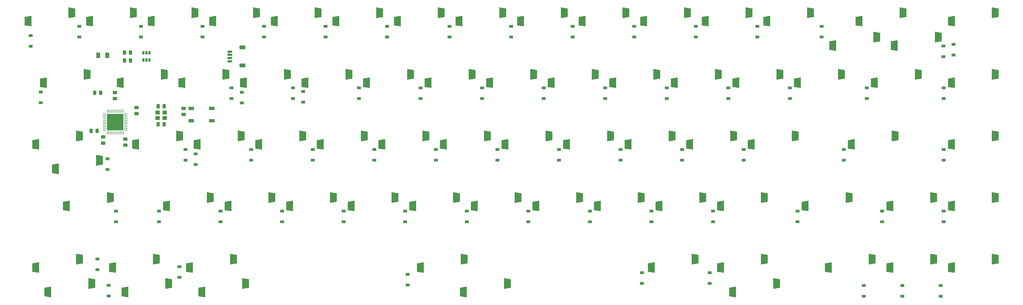
<source format=gbp>
G04 #@! TF.GenerationSoftware,KiCad,Pcbnew,(6.0.0-0)*
G04 #@! TF.CreationDate,2022-07-22T22:21:07+01:00*
G04 #@! TF.ProjectId,bakeneko-65-pcb,62616b65-6e65-46b6-9f2d-36352d706362,rev?*
G04 #@! TF.SameCoordinates,Original*
G04 #@! TF.FileFunction,Paste,Bot*
G04 #@! TF.FilePolarity,Positive*
%FSLAX46Y46*%
G04 Gerber Fmt 4.6, Leading zero omitted, Abs format (unit mm)*
G04 Created by KiCad (PCBNEW (6.0.0-0)) date 2022-07-22 22:21:07*
%MOMM*%
%LPD*%
G01*
G04 APERTURE LIST*
G04 Aperture macros list*
%AMRoundRect*
0 Rectangle with rounded corners*
0 $1 Rounding radius*
0 $2 $3 $4 $5 $6 $7 $8 $9 X,Y pos of 4 corners*
0 Add a 4 corners polygon primitive as box body*
4,1,4,$2,$3,$4,$5,$6,$7,$8,$9,$2,$3,0*
0 Add four circle primitives for the rounded corners*
1,1,$1+$1,$2,$3*
1,1,$1+$1,$4,$5*
1,1,$1+$1,$6,$7*
1,1,$1+$1,$8,$9*
0 Add four rect primitives between the rounded corners*
20,1,$1+$1,$2,$3,$4,$5,0*
20,1,$1+$1,$4,$5,$6,$7,0*
20,1,$1+$1,$6,$7,$8,$9,0*
20,1,$1+$1,$8,$9,$2,$3,0*%
G04 Aperture macros list end*
%ADD10C,0.100000*%
%ADD11RoundRect,0.250000X-0.375000X-0.625000X0.375000X-0.625000X0.375000X0.625000X-0.375000X0.625000X0*%
%ADD12RoundRect,0.150000X-0.625000X0.150000X-0.625000X-0.150000X0.625000X-0.150000X0.625000X0.150000X0*%
%ADD13RoundRect,0.250000X-0.650000X0.350000X-0.650000X-0.350000X0.650000X-0.350000X0.650000X0.350000X0*%
%ADD14RoundRect,0.243750X-0.243750X-0.456250X0.243750X-0.456250X0.243750X0.456250X-0.243750X0.456250X0*%
%ADD15R,1.700000X1.000000*%
%ADD16RoundRect,0.243750X0.243750X0.456250X-0.243750X0.456250X-0.243750X-0.456250X0.243750X-0.456250X0*%
%ADD17RoundRect,0.243750X0.456250X-0.243750X0.456250X0.243750X-0.456250X0.243750X-0.456250X-0.243750X0*%
%ADD18RoundRect,0.250000X-0.275000X0.275000X-0.275000X-0.275000X0.275000X-0.275000X0.275000X0.275000X0*%
%ADD19RoundRect,0.062500X-0.062500X0.475000X-0.062500X-0.475000X0.062500X-0.475000X0.062500X0.475000X0*%
%ADD20RoundRect,0.062500X-0.475000X0.062500X-0.475000X-0.062500X0.475000X-0.062500X0.475000X0.062500X0*%
%ADD21R,5.200000X5.200000*%
%ADD22R,1.400000X1.200000*%
%ADD23RoundRect,0.243750X-0.456250X0.243750X-0.456250X-0.243750X0.456250X-0.243750X0.456250X0.243750X0*%
%ADD24R,1.200000X0.900000*%
%ADD25R,0.650000X1.060000*%
G04 APERTURE END LIST*
D10*
X14080000Y-5507500D02*
X16112000Y-5190000D01*
X16112000Y-5190000D02*
X16112000Y-2650000D01*
X16112000Y-2650000D02*
X14080000Y-2332500D01*
X14080000Y-2332500D02*
X14080000Y-5507500D01*
G36*
X16112000Y-2650000D02*
G01*
X16112000Y-5190000D01*
X14080000Y-5507500D01*
X14080000Y-2332500D01*
X16112000Y-2650000D01*
G37*
X16112000Y-2650000D02*
X16112000Y-5190000D01*
X14080000Y-5507500D01*
X14080000Y-2332500D01*
X16112000Y-2650000D01*
X2523000Y-4936000D02*
X491000Y-5253500D01*
X491000Y-5253500D02*
X491000Y-7793500D01*
X491000Y-7793500D02*
X2523000Y-8111000D01*
X2523000Y-8111000D02*
X2523000Y-4936000D01*
G36*
X2523000Y-8111000D02*
G01*
X491000Y-7793500D01*
X491000Y-5253500D01*
X2523000Y-4936000D01*
X2523000Y-8111000D01*
G37*
X2523000Y-8111000D02*
X491000Y-7793500D01*
X491000Y-5253500D01*
X2523000Y-4936000D01*
X2523000Y-8111000D01*
X21573000Y-4936000D02*
X19541000Y-5253500D01*
X19541000Y-5253500D02*
X19541000Y-7793500D01*
X19541000Y-7793500D02*
X21573000Y-8111000D01*
X21573000Y-8111000D02*
X21573000Y-4936000D01*
G36*
X21573000Y-8111000D02*
G01*
X19541000Y-7793500D01*
X19541000Y-5253500D01*
X21573000Y-4936000D01*
X21573000Y-8111000D01*
G37*
X21573000Y-8111000D02*
X19541000Y-7793500D01*
X19541000Y-5253500D01*
X21573000Y-4936000D01*
X21573000Y-8111000D01*
X33130000Y-5507500D02*
X35162000Y-5190000D01*
X35162000Y-5190000D02*
X35162000Y-2650000D01*
X35162000Y-2650000D02*
X33130000Y-2332500D01*
X33130000Y-2332500D02*
X33130000Y-5507500D01*
G36*
X35162000Y-2650000D02*
G01*
X35162000Y-5190000D01*
X33130000Y-5507500D01*
X33130000Y-2332500D01*
X35162000Y-2650000D01*
G37*
X35162000Y-2650000D02*
X35162000Y-5190000D01*
X33130000Y-5507500D01*
X33130000Y-2332500D01*
X35162000Y-2650000D01*
X52180000Y-5507500D02*
X54212000Y-5190000D01*
X54212000Y-5190000D02*
X54212000Y-2650000D01*
X54212000Y-2650000D02*
X52180000Y-2332500D01*
X52180000Y-2332500D02*
X52180000Y-5507500D01*
G36*
X54212000Y-2650000D02*
G01*
X54212000Y-5190000D01*
X52180000Y-5507500D01*
X52180000Y-2332500D01*
X54212000Y-2650000D01*
G37*
X54212000Y-2650000D02*
X54212000Y-5190000D01*
X52180000Y-5507500D01*
X52180000Y-2332500D01*
X54212000Y-2650000D01*
X40623000Y-4936000D02*
X38591000Y-5253500D01*
X38591000Y-5253500D02*
X38591000Y-7793500D01*
X38591000Y-7793500D02*
X40623000Y-8111000D01*
X40623000Y-8111000D02*
X40623000Y-4936000D01*
G36*
X40623000Y-8111000D02*
G01*
X38591000Y-7793500D01*
X38591000Y-5253500D01*
X40623000Y-4936000D01*
X40623000Y-8111000D01*
G37*
X40623000Y-8111000D02*
X38591000Y-7793500D01*
X38591000Y-5253500D01*
X40623000Y-4936000D01*
X40623000Y-8111000D01*
X71230000Y-5507500D02*
X73262000Y-5190000D01*
X73262000Y-5190000D02*
X73262000Y-2650000D01*
X73262000Y-2650000D02*
X71230000Y-2332500D01*
X71230000Y-2332500D02*
X71230000Y-5507500D01*
G36*
X73262000Y-2650000D02*
G01*
X73262000Y-5190000D01*
X71230000Y-5507500D01*
X71230000Y-2332500D01*
X73262000Y-2650000D01*
G37*
X73262000Y-2650000D02*
X73262000Y-5190000D01*
X71230000Y-5507500D01*
X71230000Y-2332500D01*
X73262000Y-2650000D01*
X59673000Y-4936000D02*
X57641000Y-5253500D01*
X57641000Y-5253500D02*
X57641000Y-7793500D01*
X57641000Y-7793500D02*
X59673000Y-8111000D01*
X59673000Y-8111000D02*
X59673000Y-4936000D01*
G36*
X59673000Y-8111000D02*
G01*
X57641000Y-7793500D01*
X57641000Y-5253500D01*
X59673000Y-4936000D01*
X59673000Y-8111000D01*
G37*
X59673000Y-8111000D02*
X57641000Y-7793500D01*
X57641000Y-5253500D01*
X59673000Y-4936000D01*
X59673000Y-8111000D01*
X78723000Y-4936000D02*
X76691000Y-5253500D01*
X76691000Y-5253500D02*
X76691000Y-7793500D01*
X76691000Y-7793500D02*
X78723000Y-8111000D01*
X78723000Y-8111000D02*
X78723000Y-4936000D01*
G36*
X78723000Y-8111000D02*
G01*
X76691000Y-7793500D01*
X76691000Y-5253500D01*
X78723000Y-4936000D01*
X78723000Y-8111000D01*
G37*
X78723000Y-8111000D02*
X76691000Y-7793500D01*
X76691000Y-5253500D01*
X78723000Y-4936000D01*
X78723000Y-8111000D01*
X90280000Y-5507500D02*
X92312000Y-5190000D01*
X92312000Y-5190000D02*
X92312000Y-2650000D01*
X92312000Y-2650000D02*
X90280000Y-2332500D01*
X90280000Y-2332500D02*
X90280000Y-5507500D01*
G36*
X92312000Y-2650000D02*
G01*
X92312000Y-5190000D01*
X90280000Y-5507500D01*
X90280000Y-2332500D01*
X92312000Y-2650000D01*
G37*
X92312000Y-2650000D02*
X92312000Y-5190000D01*
X90280000Y-5507500D01*
X90280000Y-2332500D01*
X92312000Y-2650000D01*
X109330000Y-5507500D02*
X111362000Y-5190000D01*
X111362000Y-5190000D02*
X111362000Y-2650000D01*
X111362000Y-2650000D02*
X109330000Y-2332500D01*
X109330000Y-2332500D02*
X109330000Y-5507500D01*
G36*
X111362000Y-2650000D02*
G01*
X111362000Y-5190000D01*
X109330000Y-5507500D01*
X109330000Y-2332500D01*
X111362000Y-2650000D01*
G37*
X111362000Y-2650000D02*
X111362000Y-5190000D01*
X109330000Y-5507500D01*
X109330000Y-2332500D01*
X111362000Y-2650000D01*
X97773000Y-4936000D02*
X95741000Y-5253500D01*
X95741000Y-5253500D02*
X95741000Y-7793500D01*
X95741000Y-7793500D02*
X97773000Y-8111000D01*
X97773000Y-8111000D02*
X97773000Y-4936000D01*
G36*
X97773000Y-8111000D02*
G01*
X95741000Y-7793500D01*
X95741000Y-5253500D01*
X97773000Y-4936000D01*
X97773000Y-8111000D01*
G37*
X97773000Y-8111000D02*
X95741000Y-7793500D01*
X95741000Y-5253500D01*
X97773000Y-4936000D01*
X97773000Y-8111000D01*
X128380000Y-5507500D02*
X130412000Y-5190000D01*
X130412000Y-5190000D02*
X130412000Y-2650000D01*
X130412000Y-2650000D02*
X128380000Y-2332500D01*
X128380000Y-2332500D02*
X128380000Y-5507500D01*
G36*
X130412000Y-2650000D02*
G01*
X130412000Y-5190000D01*
X128380000Y-5507500D01*
X128380000Y-2332500D01*
X130412000Y-2650000D01*
G37*
X130412000Y-2650000D02*
X130412000Y-5190000D01*
X128380000Y-5507500D01*
X128380000Y-2332500D01*
X130412000Y-2650000D01*
X116823000Y-4936000D02*
X114791000Y-5253500D01*
X114791000Y-5253500D02*
X114791000Y-7793500D01*
X114791000Y-7793500D02*
X116823000Y-8111000D01*
X116823000Y-8111000D02*
X116823000Y-4936000D01*
G36*
X116823000Y-8111000D02*
G01*
X114791000Y-7793500D01*
X114791000Y-5253500D01*
X116823000Y-4936000D01*
X116823000Y-8111000D01*
G37*
X116823000Y-8111000D02*
X114791000Y-7793500D01*
X114791000Y-5253500D01*
X116823000Y-4936000D01*
X116823000Y-8111000D01*
X166480000Y-5507500D02*
X168512000Y-5190000D01*
X168512000Y-5190000D02*
X168512000Y-2650000D01*
X168512000Y-2650000D02*
X166480000Y-2332500D01*
X166480000Y-2332500D02*
X166480000Y-5507500D01*
G36*
X168512000Y-2650000D02*
G01*
X168512000Y-5190000D01*
X166480000Y-5507500D01*
X166480000Y-2332500D01*
X168512000Y-2650000D01*
G37*
X168512000Y-2650000D02*
X168512000Y-5190000D01*
X166480000Y-5507500D01*
X166480000Y-2332500D01*
X168512000Y-2650000D01*
X154923000Y-4936000D02*
X152891000Y-5253500D01*
X152891000Y-5253500D02*
X152891000Y-7793500D01*
X152891000Y-7793500D02*
X154923000Y-8111000D01*
X154923000Y-8111000D02*
X154923000Y-4936000D01*
G36*
X154923000Y-8111000D02*
G01*
X152891000Y-7793500D01*
X152891000Y-5253500D01*
X154923000Y-4936000D01*
X154923000Y-8111000D01*
G37*
X154923000Y-8111000D02*
X152891000Y-7793500D01*
X152891000Y-5253500D01*
X154923000Y-4936000D01*
X154923000Y-8111000D01*
X173973000Y-4936000D02*
X171941000Y-5253500D01*
X171941000Y-5253500D02*
X171941000Y-7793500D01*
X171941000Y-7793500D02*
X173973000Y-8111000D01*
X173973000Y-8111000D02*
X173973000Y-4936000D01*
G36*
X173973000Y-8111000D02*
G01*
X171941000Y-7793500D01*
X171941000Y-5253500D01*
X173973000Y-4936000D01*
X173973000Y-8111000D01*
G37*
X173973000Y-8111000D02*
X171941000Y-7793500D01*
X171941000Y-5253500D01*
X173973000Y-4936000D01*
X173973000Y-8111000D01*
X185530000Y-5507500D02*
X187562000Y-5190000D01*
X187562000Y-5190000D02*
X187562000Y-2650000D01*
X187562000Y-2650000D02*
X185530000Y-2332500D01*
X185530000Y-2332500D02*
X185530000Y-5507500D01*
G36*
X187562000Y-2650000D02*
G01*
X187562000Y-5190000D01*
X185530000Y-5507500D01*
X185530000Y-2332500D01*
X187562000Y-2650000D01*
G37*
X187562000Y-2650000D02*
X187562000Y-5190000D01*
X185530000Y-5507500D01*
X185530000Y-2332500D01*
X187562000Y-2650000D01*
X193023000Y-4936000D02*
X190991000Y-5253500D01*
X190991000Y-5253500D02*
X190991000Y-7793500D01*
X190991000Y-7793500D02*
X193023000Y-8111000D01*
X193023000Y-8111000D02*
X193023000Y-4936000D01*
G36*
X193023000Y-8111000D02*
G01*
X190991000Y-7793500D01*
X190991000Y-5253500D01*
X193023000Y-4936000D01*
X193023000Y-8111000D01*
G37*
X193023000Y-8111000D02*
X190991000Y-7793500D01*
X190991000Y-5253500D01*
X193023000Y-4936000D01*
X193023000Y-8111000D01*
X204580000Y-5507500D02*
X206612000Y-5190000D01*
X206612000Y-5190000D02*
X206612000Y-2650000D01*
X206612000Y-2650000D02*
X204580000Y-2332500D01*
X204580000Y-2332500D02*
X204580000Y-5507500D01*
G36*
X206612000Y-2650000D02*
G01*
X206612000Y-5190000D01*
X204580000Y-5507500D01*
X204580000Y-2332500D01*
X206612000Y-2650000D01*
G37*
X206612000Y-2650000D02*
X206612000Y-5190000D01*
X204580000Y-5507500D01*
X204580000Y-2332500D01*
X206612000Y-2650000D01*
X223630000Y-5507500D02*
X225662000Y-5190000D01*
X225662000Y-5190000D02*
X225662000Y-2650000D01*
X225662000Y-2650000D02*
X223630000Y-2332500D01*
X223630000Y-2332500D02*
X223630000Y-5507500D01*
G36*
X225662000Y-2650000D02*
G01*
X225662000Y-5190000D01*
X223630000Y-5507500D01*
X223630000Y-2332500D01*
X225662000Y-2650000D01*
G37*
X225662000Y-2650000D02*
X225662000Y-5190000D01*
X223630000Y-5507500D01*
X223630000Y-2332500D01*
X225662000Y-2650000D01*
X212073000Y-4936000D02*
X210041000Y-5253500D01*
X210041000Y-5253500D02*
X210041000Y-7793500D01*
X210041000Y-7793500D02*
X212073000Y-8111000D01*
X212073000Y-8111000D02*
X212073000Y-4936000D01*
G36*
X212073000Y-8111000D02*
G01*
X210041000Y-7793500D01*
X210041000Y-5253500D01*
X212073000Y-4936000D01*
X212073000Y-8111000D01*
G37*
X212073000Y-8111000D02*
X210041000Y-7793500D01*
X210041000Y-5253500D01*
X212073000Y-4936000D01*
X212073000Y-8111000D01*
X242680000Y-5507500D02*
X244712000Y-5190000D01*
X244712000Y-5190000D02*
X244712000Y-2650000D01*
X244712000Y-2650000D02*
X242680000Y-2332500D01*
X242680000Y-2332500D02*
X242680000Y-5507500D01*
G36*
X244712000Y-2650000D02*
G01*
X244712000Y-5190000D01*
X242680000Y-5507500D01*
X242680000Y-2332500D01*
X244712000Y-2650000D01*
G37*
X244712000Y-2650000D02*
X244712000Y-5190000D01*
X242680000Y-5507500D01*
X242680000Y-2332500D01*
X244712000Y-2650000D01*
X231123000Y-4936000D02*
X229091000Y-5253500D01*
X229091000Y-5253500D02*
X229091000Y-7793500D01*
X229091000Y-7793500D02*
X231123000Y-8111000D01*
X231123000Y-8111000D02*
X231123000Y-4936000D01*
G36*
X231123000Y-8111000D02*
G01*
X229091000Y-7793500D01*
X229091000Y-5253500D01*
X231123000Y-4936000D01*
X231123000Y-8111000D01*
G37*
X231123000Y-8111000D02*
X229091000Y-7793500D01*
X229091000Y-5253500D01*
X231123000Y-4936000D01*
X231123000Y-8111000D01*
X251570000Y-12492500D02*
X249538000Y-12810000D01*
X249538000Y-12810000D02*
X249538000Y-15350000D01*
X249538000Y-15350000D02*
X251570000Y-15667500D01*
X251570000Y-15667500D02*
X251570000Y-12492500D01*
G36*
X251570000Y-15667500D02*
G01*
X249538000Y-15350000D01*
X249538000Y-12810000D01*
X251570000Y-12492500D01*
X251570000Y-15667500D01*
G37*
X251570000Y-15667500D02*
X249538000Y-15350000D01*
X249538000Y-12810000D01*
X251570000Y-12492500D01*
X251570000Y-15667500D01*
X263127000Y-13064000D02*
X265159000Y-12746500D01*
X265159000Y-12746500D02*
X265159000Y-10206500D01*
X265159000Y-10206500D02*
X263127000Y-9889000D01*
X263127000Y-9889000D02*
X263127000Y-13064000D01*
G36*
X265159000Y-10206500D02*
G01*
X265159000Y-12746500D01*
X263127000Y-13064000D01*
X263127000Y-9889000D01*
X265159000Y-10206500D01*
G37*
X265159000Y-10206500D02*
X265159000Y-12746500D01*
X263127000Y-13064000D01*
X263127000Y-9889000D01*
X265159000Y-10206500D01*
X271255000Y-5507500D02*
X273287000Y-5190000D01*
X273287000Y-5190000D02*
X273287000Y-2650000D01*
X273287000Y-2650000D02*
X271255000Y-2332500D01*
X271255000Y-2332500D02*
X271255000Y-5507500D01*
G36*
X273287000Y-2650000D02*
G01*
X273287000Y-5190000D01*
X271255000Y-5507500D01*
X271255000Y-2332500D01*
X273287000Y-2650000D01*
G37*
X273287000Y-2650000D02*
X273287000Y-5190000D01*
X271255000Y-5507500D01*
X271255000Y-2332500D01*
X273287000Y-2650000D01*
X259698000Y-4936000D02*
X257666000Y-5253500D01*
X257666000Y-5253500D02*
X257666000Y-7793500D01*
X257666000Y-7793500D02*
X259698000Y-8111000D01*
X259698000Y-8111000D02*
X259698000Y-4936000D01*
G36*
X259698000Y-8111000D02*
G01*
X257666000Y-7793500D01*
X257666000Y-5253500D01*
X259698000Y-4936000D01*
X259698000Y-8111000D01*
G37*
X259698000Y-8111000D02*
X257666000Y-7793500D01*
X257666000Y-5253500D01*
X259698000Y-4936000D01*
X259698000Y-8111000D01*
X18842500Y-24557500D02*
X20874500Y-24240000D01*
X20874500Y-24240000D02*
X20874500Y-21700000D01*
X20874500Y-21700000D02*
X18842500Y-21382500D01*
X18842500Y-21382500D02*
X18842500Y-24557500D01*
G36*
X20874500Y-21700000D02*
G01*
X20874500Y-24240000D01*
X18842500Y-24557500D01*
X18842500Y-21382500D01*
X20874500Y-21700000D01*
G37*
X20874500Y-21700000D02*
X20874500Y-24240000D01*
X18842500Y-24557500D01*
X18842500Y-21382500D01*
X20874500Y-21700000D01*
X7285500Y-23986000D02*
X5253500Y-24303500D01*
X5253500Y-24303500D02*
X5253500Y-26843500D01*
X5253500Y-26843500D02*
X7285500Y-27161000D01*
X7285500Y-27161000D02*
X7285500Y-23986000D01*
G36*
X7285500Y-27161000D02*
G01*
X5253500Y-26843500D01*
X5253500Y-24303500D01*
X7285500Y-23986000D01*
X7285500Y-27161000D01*
G37*
X7285500Y-27161000D02*
X5253500Y-26843500D01*
X5253500Y-24303500D01*
X7285500Y-23986000D01*
X7285500Y-27161000D01*
X31098000Y-23986000D02*
X29066000Y-24303500D01*
X29066000Y-24303500D02*
X29066000Y-26843500D01*
X29066000Y-26843500D02*
X31098000Y-27161000D01*
X31098000Y-27161000D02*
X31098000Y-23986000D01*
G36*
X31098000Y-27161000D02*
G01*
X29066000Y-26843500D01*
X29066000Y-24303500D01*
X31098000Y-23986000D01*
X31098000Y-27161000D01*
G37*
X31098000Y-27161000D02*
X29066000Y-26843500D01*
X29066000Y-24303500D01*
X31098000Y-23986000D01*
X31098000Y-27161000D01*
X42655000Y-24557500D02*
X44687000Y-24240000D01*
X44687000Y-24240000D02*
X44687000Y-21700000D01*
X44687000Y-21700000D02*
X42655000Y-21382500D01*
X42655000Y-21382500D02*
X42655000Y-24557500D01*
G36*
X44687000Y-21700000D02*
G01*
X44687000Y-24240000D01*
X42655000Y-24557500D01*
X42655000Y-21382500D01*
X44687000Y-21700000D01*
G37*
X44687000Y-21700000D02*
X44687000Y-24240000D01*
X42655000Y-24557500D01*
X42655000Y-21382500D01*
X44687000Y-21700000D01*
X50148000Y-23986000D02*
X48116000Y-24303500D01*
X48116000Y-24303500D02*
X48116000Y-26843500D01*
X48116000Y-26843500D02*
X50148000Y-27161000D01*
X50148000Y-27161000D02*
X50148000Y-23986000D01*
G36*
X50148000Y-27161000D02*
G01*
X48116000Y-26843500D01*
X48116000Y-24303500D01*
X50148000Y-23986000D01*
X50148000Y-27161000D01*
G37*
X50148000Y-27161000D02*
X48116000Y-26843500D01*
X48116000Y-24303500D01*
X50148000Y-23986000D01*
X50148000Y-27161000D01*
X61705000Y-24557500D02*
X63737000Y-24240000D01*
X63737000Y-24240000D02*
X63737000Y-21700000D01*
X63737000Y-21700000D02*
X61705000Y-21382500D01*
X61705000Y-21382500D02*
X61705000Y-24557500D01*
G36*
X63737000Y-21700000D02*
G01*
X63737000Y-24240000D01*
X61705000Y-24557500D01*
X61705000Y-21382500D01*
X63737000Y-21700000D01*
G37*
X63737000Y-21700000D02*
X63737000Y-24240000D01*
X61705000Y-24557500D01*
X61705000Y-21382500D01*
X63737000Y-21700000D01*
X69198000Y-23986000D02*
X67166000Y-24303500D01*
X67166000Y-24303500D02*
X67166000Y-26843500D01*
X67166000Y-26843500D02*
X69198000Y-27161000D01*
X69198000Y-27161000D02*
X69198000Y-23986000D01*
G36*
X69198000Y-27161000D02*
G01*
X67166000Y-26843500D01*
X67166000Y-24303500D01*
X69198000Y-23986000D01*
X69198000Y-27161000D01*
G37*
X69198000Y-27161000D02*
X67166000Y-26843500D01*
X67166000Y-24303500D01*
X69198000Y-23986000D01*
X69198000Y-27161000D01*
X80755000Y-24557500D02*
X82787000Y-24240000D01*
X82787000Y-24240000D02*
X82787000Y-21700000D01*
X82787000Y-21700000D02*
X80755000Y-21382500D01*
X80755000Y-21382500D02*
X80755000Y-24557500D01*
G36*
X82787000Y-21700000D02*
G01*
X82787000Y-24240000D01*
X80755000Y-24557500D01*
X80755000Y-21382500D01*
X82787000Y-21700000D01*
G37*
X82787000Y-21700000D02*
X82787000Y-24240000D01*
X80755000Y-24557500D01*
X80755000Y-21382500D01*
X82787000Y-21700000D01*
X99805000Y-24557500D02*
X101837000Y-24240000D01*
X101837000Y-24240000D02*
X101837000Y-21700000D01*
X101837000Y-21700000D02*
X99805000Y-21382500D01*
X99805000Y-21382500D02*
X99805000Y-24557500D01*
G36*
X101837000Y-21700000D02*
G01*
X101837000Y-24240000D01*
X99805000Y-24557500D01*
X99805000Y-21382500D01*
X101837000Y-21700000D01*
G37*
X101837000Y-21700000D02*
X101837000Y-24240000D01*
X99805000Y-24557500D01*
X99805000Y-21382500D01*
X101837000Y-21700000D01*
X88248000Y-23986000D02*
X86216000Y-24303500D01*
X86216000Y-24303500D02*
X86216000Y-26843500D01*
X86216000Y-26843500D02*
X88248000Y-27161000D01*
X88248000Y-27161000D02*
X88248000Y-23986000D01*
G36*
X88248000Y-27161000D02*
G01*
X86216000Y-26843500D01*
X86216000Y-24303500D01*
X88248000Y-23986000D01*
X88248000Y-27161000D01*
G37*
X88248000Y-27161000D02*
X86216000Y-26843500D01*
X86216000Y-24303500D01*
X88248000Y-23986000D01*
X88248000Y-27161000D01*
X107298000Y-23986000D02*
X105266000Y-24303500D01*
X105266000Y-24303500D02*
X105266000Y-26843500D01*
X105266000Y-26843500D02*
X107298000Y-27161000D01*
X107298000Y-27161000D02*
X107298000Y-23986000D01*
G36*
X107298000Y-27161000D02*
G01*
X105266000Y-26843500D01*
X105266000Y-24303500D01*
X107298000Y-23986000D01*
X107298000Y-27161000D01*
G37*
X107298000Y-27161000D02*
X105266000Y-26843500D01*
X105266000Y-24303500D01*
X107298000Y-23986000D01*
X107298000Y-27161000D01*
X118855000Y-24557500D02*
X120887000Y-24240000D01*
X120887000Y-24240000D02*
X120887000Y-21700000D01*
X120887000Y-21700000D02*
X118855000Y-21382500D01*
X118855000Y-21382500D02*
X118855000Y-24557500D01*
G36*
X120887000Y-21700000D02*
G01*
X120887000Y-24240000D01*
X118855000Y-24557500D01*
X118855000Y-21382500D01*
X120887000Y-21700000D01*
G37*
X120887000Y-21700000D02*
X120887000Y-24240000D01*
X118855000Y-24557500D01*
X118855000Y-21382500D01*
X120887000Y-21700000D01*
X137905000Y-24557500D02*
X139937000Y-24240000D01*
X139937000Y-24240000D02*
X139937000Y-21700000D01*
X139937000Y-21700000D02*
X137905000Y-21382500D01*
X137905000Y-21382500D02*
X137905000Y-24557500D01*
G36*
X139937000Y-21700000D02*
G01*
X139937000Y-24240000D01*
X137905000Y-24557500D01*
X137905000Y-21382500D01*
X139937000Y-21700000D01*
G37*
X139937000Y-21700000D02*
X139937000Y-24240000D01*
X137905000Y-24557500D01*
X137905000Y-21382500D01*
X139937000Y-21700000D01*
X126348000Y-23986000D02*
X124316000Y-24303500D01*
X124316000Y-24303500D02*
X124316000Y-26843500D01*
X124316000Y-26843500D02*
X126348000Y-27161000D01*
X126348000Y-27161000D02*
X126348000Y-23986000D01*
G36*
X126348000Y-27161000D02*
G01*
X124316000Y-26843500D01*
X124316000Y-24303500D01*
X126348000Y-23986000D01*
X126348000Y-27161000D01*
G37*
X126348000Y-27161000D02*
X124316000Y-26843500D01*
X124316000Y-24303500D01*
X126348000Y-23986000D01*
X126348000Y-27161000D01*
X156955000Y-24557500D02*
X158987000Y-24240000D01*
X158987000Y-24240000D02*
X158987000Y-21700000D01*
X158987000Y-21700000D02*
X156955000Y-21382500D01*
X156955000Y-21382500D02*
X156955000Y-24557500D01*
G36*
X158987000Y-21700000D02*
G01*
X158987000Y-24240000D01*
X156955000Y-24557500D01*
X156955000Y-21382500D01*
X158987000Y-21700000D01*
G37*
X158987000Y-21700000D02*
X158987000Y-24240000D01*
X156955000Y-24557500D01*
X156955000Y-21382500D01*
X158987000Y-21700000D01*
X145398000Y-23986000D02*
X143366000Y-24303500D01*
X143366000Y-24303500D02*
X143366000Y-26843500D01*
X143366000Y-26843500D02*
X145398000Y-27161000D01*
X145398000Y-27161000D02*
X145398000Y-23986000D01*
G36*
X145398000Y-27161000D02*
G01*
X143366000Y-26843500D01*
X143366000Y-24303500D01*
X145398000Y-23986000D01*
X145398000Y-27161000D01*
G37*
X145398000Y-27161000D02*
X143366000Y-26843500D01*
X143366000Y-24303500D01*
X145398000Y-23986000D01*
X145398000Y-27161000D01*
X176005000Y-24557500D02*
X178037000Y-24240000D01*
X178037000Y-24240000D02*
X178037000Y-21700000D01*
X178037000Y-21700000D02*
X176005000Y-21382500D01*
X176005000Y-21382500D02*
X176005000Y-24557500D01*
G36*
X178037000Y-21700000D02*
G01*
X178037000Y-24240000D01*
X176005000Y-24557500D01*
X176005000Y-21382500D01*
X178037000Y-21700000D01*
G37*
X178037000Y-21700000D02*
X178037000Y-24240000D01*
X176005000Y-24557500D01*
X176005000Y-21382500D01*
X178037000Y-21700000D01*
X164448000Y-23986000D02*
X162416000Y-24303500D01*
X162416000Y-24303500D02*
X162416000Y-26843500D01*
X162416000Y-26843500D02*
X164448000Y-27161000D01*
X164448000Y-27161000D02*
X164448000Y-23986000D01*
G36*
X164448000Y-27161000D02*
G01*
X162416000Y-26843500D01*
X162416000Y-24303500D01*
X164448000Y-23986000D01*
X164448000Y-27161000D01*
G37*
X164448000Y-27161000D02*
X162416000Y-26843500D01*
X162416000Y-24303500D01*
X164448000Y-23986000D01*
X164448000Y-27161000D01*
X183498000Y-23986000D02*
X181466000Y-24303500D01*
X181466000Y-24303500D02*
X181466000Y-26843500D01*
X181466000Y-26843500D02*
X183498000Y-27161000D01*
X183498000Y-27161000D02*
X183498000Y-23986000D01*
G36*
X183498000Y-27161000D02*
G01*
X181466000Y-26843500D01*
X181466000Y-24303500D01*
X183498000Y-23986000D01*
X183498000Y-27161000D01*
G37*
X183498000Y-27161000D02*
X181466000Y-26843500D01*
X181466000Y-24303500D01*
X183498000Y-23986000D01*
X183498000Y-27161000D01*
X195055000Y-24557500D02*
X197087000Y-24240000D01*
X197087000Y-24240000D02*
X197087000Y-21700000D01*
X197087000Y-21700000D02*
X195055000Y-21382500D01*
X195055000Y-21382500D02*
X195055000Y-24557500D01*
G36*
X197087000Y-21700000D02*
G01*
X197087000Y-24240000D01*
X195055000Y-24557500D01*
X195055000Y-21382500D01*
X197087000Y-21700000D01*
G37*
X197087000Y-21700000D02*
X197087000Y-24240000D01*
X195055000Y-24557500D01*
X195055000Y-21382500D01*
X197087000Y-21700000D01*
X214105000Y-24557500D02*
X216137000Y-24240000D01*
X216137000Y-24240000D02*
X216137000Y-21700000D01*
X216137000Y-21700000D02*
X214105000Y-21382500D01*
X214105000Y-21382500D02*
X214105000Y-24557500D01*
G36*
X216137000Y-21700000D02*
G01*
X216137000Y-24240000D01*
X214105000Y-24557500D01*
X214105000Y-21382500D01*
X216137000Y-21700000D01*
G37*
X216137000Y-21700000D02*
X216137000Y-24240000D01*
X214105000Y-24557500D01*
X214105000Y-21382500D01*
X216137000Y-21700000D01*
X202548000Y-23986000D02*
X200516000Y-24303500D01*
X200516000Y-24303500D02*
X200516000Y-26843500D01*
X200516000Y-26843500D02*
X202548000Y-27161000D01*
X202548000Y-27161000D02*
X202548000Y-23986000D01*
G36*
X202548000Y-27161000D02*
G01*
X200516000Y-26843500D01*
X200516000Y-24303500D01*
X202548000Y-23986000D01*
X202548000Y-27161000D01*
G37*
X202548000Y-27161000D02*
X200516000Y-26843500D01*
X200516000Y-24303500D01*
X202548000Y-23986000D01*
X202548000Y-27161000D01*
X233155000Y-24557500D02*
X235187000Y-24240000D01*
X235187000Y-24240000D02*
X235187000Y-21700000D01*
X235187000Y-21700000D02*
X233155000Y-21382500D01*
X233155000Y-21382500D02*
X233155000Y-24557500D01*
G36*
X235187000Y-21700000D02*
G01*
X235187000Y-24240000D01*
X233155000Y-24557500D01*
X233155000Y-21382500D01*
X235187000Y-21700000D01*
G37*
X235187000Y-21700000D02*
X235187000Y-24240000D01*
X233155000Y-24557500D01*
X233155000Y-21382500D01*
X235187000Y-21700000D01*
X221598000Y-23986000D02*
X219566000Y-24303500D01*
X219566000Y-24303500D02*
X219566000Y-26843500D01*
X219566000Y-26843500D02*
X221598000Y-27161000D01*
X221598000Y-27161000D02*
X221598000Y-23986000D01*
G36*
X221598000Y-27161000D02*
G01*
X219566000Y-26843500D01*
X219566000Y-24303500D01*
X221598000Y-23986000D01*
X221598000Y-27161000D01*
G37*
X221598000Y-27161000D02*
X219566000Y-26843500D01*
X219566000Y-24303500D01*
X221598000Y-23986000D01*
X221598000Y-27161000D01*
X240648000Y-23986000D02*
X238616000Y-24303500D01*
X238616000Y-24303500D02*
X238616000Y-26843500D01*
X238616000Y-26843500D02*
X240648000Y-27161000D01*
X240648000Y-27161000D02*
X240648000Y-23986000D01*
G36*
X240648000Y-27161000D02*
G01*
X238616000Y-26843500D01*
X238616000Y-24303500D01*
X240648000Y-23986000D01*
X240648000Y-27161000D01*
G37*
X240648000Y-27161000D02*
X238616000Y-26843500D01*
X238616000Y-24303500D01*
X240648000Y-23986000D01*
X240648000Y-27161000D01*
X252205000Y-24557500D02*
X254237000Y-24240000D01*
X254237000Y-24240000D02*
X254237000Y-21700000D01*
X254237000Y-21700000D02*
X252205000Y-21382500D01*
X252205000Y-21382500D02*
X252205000Y-24557500D01*
G36*
X254237000Y-21700000D02*
G01*
X254237000Y-24240000D01*
X252205000Y-24557500D01*
X252205000Y-21382500D01*
X254237000Y-21700000D01*
G37*
X254237000Y-21700000D02*
X254237000Y-24240000D01*
X252205000Y-24557500D01*
X252205000Y-21382500D01*
X254237000Y-21700000D01*
X264460500Y-23986000D02*
X262428500Y-24303500D01*
X262428500Y-24303500D02*
X262428500Y-26843500D01*
X262428500Y-26843500D02*
X264460500Y-27161000D01*
X264460500Y-27161000D02*
X264460500Y-23986000D01*
G36*
X264460500Y-27161000D02*
G01*
X262428500Y-26843500D01*
X262428500Y-24303500D01*
X264460500Y-23986000D01*
X264460500Y-27161000D01*
G37*
X264460500Y-27161000D02*
X262428500Y-26843500D01*
X262428500Y-24303500D01*
X264460500Y-23986000D01*
X264460500Y-27161000D01*
X276017500Y-24557500D02*
X278049500Y-24240000D01*
X278049500Y-24240000D02*
X278049500Y-21700000D01*
X278049500Y-21700000D02*
X276017500Y-21382500D01*
X276017500Y-21382500D02*
X276017500Y-24557500D01*
G36*
X278049500Y-21700000D02*
G01*
X278049500Y-24240000D01*
X276017500Y-24557500D01*
X276017500Y-21382500D01*
X278049500Y-21700000D01*
G37*
X278049500Y-21700000D02*
X278049500Y-24240000D01*
X276017500Y-24557500D01*
X276017500Y-21382500D01*
X278049500Y-21700000D01*
X288273000Y-23986000D02*
X286241000Y-24303500D01*
X286241000Y-24303500D02*
X286241000Y-26843500D01*
X286241000Y-26843500D02*
X288273000Y-27161000D01*
X288273000Y-27161000D02*
X288273000Y-23986000D01*
G36*
X288273000Y-27161000D02*
G01*
X286241000Y-26843500D01*
X286241000Y-24303500D01*
X288273000Y-23986000D01*
X288273000Y-27161000D01*
G37*
X288273000Y-27161000D02*
X286241000Y-26843500D01*
X286241000Y-24303500D01*
X288273000Y-23986000D01*
X288273000Y-27161000D01*
X299830000Y-24557500D02*
X301862000Y-24240000D01*
X301862000Y-24240000D02*
X301862000Y-21700000D01*
X301862000Y-21700000D02*
X299830000Y-21382500D01*
X299830000Y-21382500D02*
X299830000Y-24557500D01*
G36*
X301862000Y-21700000D02*
G01*
X301862000Y-24240000D01*
X299830000Y-24557500D01*
X299830000Y-21382500D01*
X301862000Y-21700000D01*
G37*
X301862000Y-21700000D02*
X301862000Y-24240000D01*
X299830000Y-24557500D01*
X299830000Y-21382500D01*
X301862000Y-21700000D01*
X16461250Y-43607500D02*
X18493250Y-43290000D01*
X18493250Y-43290000D02*
X18493250Y-40750000D01*
X18493250Y-40750000D02*
X16461250Y-40432500D01*
X16461250Y-40432500D02*
X16461250Y-43607500D01*
G36*
X18493250Y-40750000D02*
G01*
X18493250Y-43290000D01*
X16461250Y-43607500D01*
X16461250Y-40432500D01*
X18493250Y-40750000D01*
G37*
X18493250Y-40750000D02*
X18493250Y-43290000D01*
X16461250Y-43607500D01*
X16461250Y-40432500D01*
X18493250Y-40750000D01*
X4904250Y-43036000D02*
X2872250Y-43353500D01*
X2872250Y-43353500D02*
X2872250Y-45893500D01*
X2872250Y-45893500D02*
X4904250Y-46211000D01*
X4904250Y-46211000D02*
X4904250Y-43036000D01*
G36*
X4904250Y-46211000D02*
G01*
X2872250Y-45893500D01*
X2872250Y-43353500D01*
X4904250Y-43036000D01*
X4904250Y-46211000D01*
G37*
X4904250Y-46211000D02*
X2872250Y-45893500D01*
X2872250Y-43353500D01*
X4904250Y-43036000D01*
X4904250Y-46211000D01*
X22620750Y-51164000D02*
X24652750Y-50846500D01*
X24652750Y-50846500D02*
X24652750Y-48306500D01*
X24652750Y-48306500D02*
X22620750Y-47989000D01*
X22620750Y-47989000D02*
X22620750Y-51164000D01*
G36*
X24652750Y-48306500D02*
G01*
X24652750Y-50846500D01*
X22620750Y-51164000D01*
X22620750Y-47989000D01*
X24652750Y-48306500D01*
G37*
X24652750Y-48306500D02*
X24652750Y-50846500D01*
X22620750Y-51164000D01*
X22620750Y-47989000D01*
X24652750Y-48306500D01*
X11063750Y-50592500D02*
X9031750Y-50910000D01*
X9031750Y-50910000D02*
X9031750Y-53450000D01*
X9031750Y-53450000D02*
X11063750Y-53767500D01*
X11063750Y-53767500D02*
X11063750Y-50592500D01*
G36*
X11063750Y-53767500D02*
G01*
X9031750Y-53450000D01*
X9031750Y-50910000D01*
X11063750Y-50592500D01*
X11063750Y-53767500D01*
G37*
X11063750Y-53767500D02*
X9031750Y-53450000D01*
X9031750Y-50910000D01*
X11063750Y-50592500D01*
X11063750Y-53767500D01*
X35860500Y-43036000D02*
X33828500Y-43353500D01*
X33828500Y-43353500D02*
X33828500Y-45893500D01*
X33828500Y-45893500D02*
X35860500Y-46211000D01*
X35860500Y-46211000D02*
X35860500Y-43036000D01*
G36*
X35860500Y-46211000D02*
G01*
X33828500Y-45893500D01*
X33828500Y-43353500D01*
X35860500Y-43036000D01*
X35860500Y-46211000D01*
G37*
X35860500Y-46211000D02*
X33828500Y-45893500D01*
X33828500Y-43353500D01*
X35860500Y-43036000D01*
X35860500Y-46211000D01*
X47417500Y-43607500D02*
X49449500Y-43290000D01*
X49449500Y-43290000D02*
X49449500Y-40750000D01*
X49449500Y-40750000D02*
X47417500Y-40432500D01*
X47417500Y-40432500D02*
X47417500Y-43607500D01*
G36*
X49449500Y-40750000D02*
G01*
X49449500Y-43290000D01*
X47417500Y-43607500D01*
X47417500Y-40432500D01*
X49449500Y-40750000D01*
G37*
X49449500Y-40750000D02*
X49449500Y-43290000D01*
X47417500Y-43607500D01*
X47417500Y-40432500D01*
X49449500Y-40750000D01*
X54910500Y-43036000D02*
X52878500Y-43353500D01*
X52878500Y-43353500D02*
X52878500Y-45893500D01*
X52878500Y-45893500D02*
X54910500Y-46211000D01*
X54910500Y-46211000D02*
X54910500Y-43036000D01*
G36*
X54910500Y-46211000D02*
G01*
X52878500Y-45893500D01*
X52878500Y-43353500D01*
X54910500Y-43036000D01*
X54910500Y-46211000D01*
G37*
X54910500Y-46211000D02*
X52878500Y-45893500D01*
X52878500Y-43353500D01*
X54910500Y-43036000D01*
X54910500Y-46211000D01*
X66467500Y-43607500D02*
X68499500Y-43290000D01*
X68499500Y-43290000D02*
X68499500Y-40750000D01*
X68499500Y-40750000D02*
X66467500Y-40432500D01*
X66467500Y-40432500D02*
X66467500Y-43607500D01*
G36*
X68499500Y-40750000D02*
G01*
X68499500Y-43290000D01*
X66467500Y-43607500D01*
X66467500Y-40432500D01*
X68499500Y-40750000D01*
G37*
X68499500Y-40750000D02*
X68499500Y-43290000D01*
X66467500Y-43607500D01*
X66467500Y-40432500D01*
X68499500Y-40750000D01*
X85517500Y-43607500D02*
X87549500Y-43290000D01*
X87549500Y-43290000D02*
X87549500Y-40750000D01*
X87549500Y-40750000D02*
X85517500Y-40432500D01*
X85517500Y-40432500D02*
X85517500Y-43607500D01*
G36*
X87549500Y-40750000D02*
G01*
X87549500Y-43290000D01*
X85517500Y-43607500D01*
X85517500Y-40432500D01*
X87549500Y-40750000D01*
G37*
X87549500Y-40750000D02*
X87549500Y-43290000D01*
X85517500Y-43607500D01*
X85517500Y-40432500D01*
X87549500Y-40750000D01*
X73960500Y-43036000D02*
X71928500Y-43353500D01*
X71928500Y-43353500D02*
X71928500Y-45893500D01*
X71928500Y-45893500D02*
X73960500Y-46211000D01*
X73960500Y-46211000D02*
X73960500Y-43036000D01*
G36*
X73960500Y-46211000D02*
G01*
X71928500Y-45893500D01*
X71928500Y-43353500D01*
X73960500Y-43036000D01*
X73960500Y-46211000D01*
G37*
X73960500Y-46211000D02*
X71928500Y-45893500D01*
X71928500Y-43353500D01*
X73960500Y-43036000D01*
X73960500Y-46211000D01*
X93010500Y-43036000D02*
X90978500Y-43353500D01*
X90978500Y-43353500D02*
X90978500Y-45893500D01*
X90978500Y-45893500D02*
X93010500Y-46211000D01*
X93010500Y-46211000D02*
X93010500Y-43036000D01*
G36*
X93010500Y-46211000D02*
G01*
X90978500Y-45893500D01*
X90978500Y-43353500D01*
X93010500Y-43036000D01*
X93010500Y-46211000D01*
G37*
X93010500Y-46211000D02*
X90978500Y-45893500D01*
X90978500Y-43353500D01*
X93010500Y-43036000D01*
X93010500Y-46211000D01*
X104567500Y-43607500D02*
X106599500Y-43290000D01*
X106599500Y-43290000D02*
X106599500Y-40750000D01*
X106599500Y-40750000D02*
X104567500Y-40432500D01*
X104567500Y-40432500D02*
X104567500Y-43607500D01*
G36*
X106599500Y-40750000D02*
G01*
X106599500Y-43290000D01*
X104567500Y-43607500D01*
X104567500Y-40432500D01*
X106599500Y-40750000D01*
G37*
X106599500Y-40750000D02*
X106599500Y-43290000D01*
X104567500Y-43607500D01*
X104567500Y-40432500D01*
X106599500Y-40750000D01*
X123617500Y-43607500D02*
X125649500Y-43290000D01*
X125649500Y-43290000D02*
X125649500Y-40750000D01*
X125649500Y-40750000D02*
X123617500Y-40432500D01*
X123617500Y-40432500D02*
X123617500Y-43607500D01*
G36*
X125649500Y-40750000D02*
G01*
X125649500Y-43290000D01*
X123617500Y-43607500D01*
X123617500Y-40432500D01*
X125649500Y-40750000D01*
G37*
X125649500Y-40750000D02*
X125649500Y-43290000D01*
X123617500Y-43607500D01*
X123617500Y-40432500D01*
X125649500Y-40750000D01*
X112060500Y-43036000D02*
X110028500Y-43353500D01*
X110028500Y-43353500D02*
X110028500Y-45893500D01*
X110028500Y-45893500D02*
X112060500Y-46211000D01*
X112060500Y-46211000D02*
X112060500Y-43036000D01*
G36*
X112060500Y-46211000D02*
G01*
X110028500Y-45893500D01*
X110028500Y-43353500D01*
X112060500Y-43036000D01*
X112060500Y-46211000D01*
G37*
X112060500Y-46211000D02*
X110028500Y-45893500D01*
X110028500Y-43353500D01*
X112060500Y-43036000D01*
X112060500Y-46211000D01*
X142667500Y-43607500D02*
X144699500Y-43290000D01*
X144699500Y-43290000D02*
X144699500Y-40750000D01*
X144699500Y-40750000D02*
X142667500Y-40432500D01*
X142667500Y-40432500D02*
X142667500Y-43607500D01*
G36*
X144699500Y-40750000D02*
G01*
X144699500Y-43290000D01*
X142667500Y-43607500D01*
X142667500Y-40432500D01*
X144699500Y-40750000D01*
G37*
X144699500Y-40750000D02*
X144699500Y-43290000D01*
X142667500Y-43607500D01*
X142667500Y-40432500D01*
X144699500Y-40750000D01*
X131110500Y-43036000D02*
X129078500Y-43353500D01*
X129078500Y-43353500D02*
X129078500Y-45893500D01*
X129078500Y-45893500D02*
X131110500Y-46211000D01*
X131110500Y-46211000D02*
X131110500Y-43036000D01*
G36*
X131110500Y-46211000D02*
G01*
X129078500Y-45893500D01*
X129078500Y-43353500D01*
X131110500Y-43036000D01*
X131110500Y-46211000D01*
G37*
X131110500Y-46211000D02*
X129078500Y-45893500D01*
X129078500Y-43353500D01*
X131110500Y-43036000D01*
X131110500Y-46211000D01*
X150160500Y-43036000D02*
X148128500Y-43353500D01*
X148128500Y-43353500D02*
X148128500Y-45893500D01*
X148128500Y-45893500D02*
X150160500Y-46211000D01*
X150160500Y-46211000D02*
X150160500Y-43036000D01*
G36*
X150160500Y-46211000D02*
G01*
X148128500Y-45893500D01*
X148128500Y-43353500D01*
X150160500Y-43036000D01*
X150160500Y-46211000D01*
G37*
X150160500Y-46211000D02*
X148128500Y-45893500D01*
X148128500Y-43353500D01*
X150160500Y-43036000D01*
X150160500Y-46211000D01*
X161717500Y-43607500D02*
X163749500Y-43290000D01*
X163749500Y-43290000D02*
X163749500Y-40750000D01*
X163749500Y-40750000D02*
X161717500Y-40432500D01*
X161717500Y-40432500D02*
X161717500Y-43607500D01*
G36*
X163749500Y-40750000D02*
G01*
X163749500Y-43290000D01*
X161717500Y-43607500D01*
X161717500Y-40432500D01*
X163749500Y-40750000D01*
G37*
X163749500Y-40750000D02*
X163749500Y-43290000D01*
X161717500Y-43607500D01*
X161717500Y-40432500D01*
X163749500Y-40750000D01*
X180767500Y-43607500D02*
X182799500Y-43290000D01*
X182799500Y-43290000D02*
X182799500Y-40750000D01*
X182799500Y-40750000D02*
X180767500Y-40432500D01*
X180767500Y-40432500D02*
X180767500Y-43607500D01*
G36*
X182799500Y-40750000D02*
G01*
X182799500Y-43290000D01*
X180767500Y-43607500D01*
X180767500Y-40432500D01*
X182799500Y-40750000D01*
G37*
X182799500Y-40750000D02*
X182799500Y-43290000D01*
X180767500Y-43607500D01*
X180767500Y-40432500D01*
X182799500Y-40750000D01*
X169210500Y-43036000D02*
X167178500Y-43353500D01*
X167178500Y-43353500D02*
X167178500Y-45893500D01*
X167178500Y-45893500D02*
X169210500Y-46211000D01*
X169210500Y-46211000D02*
X169210500Y-43036000D01*
G36*
X169210500Y-46211000D02*
G01*
X167178500Y-45893500D01*
X167178500Y-43353500D01*
X169210500Y-43036000D01*
X169210500Y-46211000D01*
G37*
X169210500Y-46211000D02*
X167178500Y-45893500D01*
X167178500Y-43353500D01*
X169210500Y-43036000D01*
X169210500Y-46211000D01*
X199817500Y-43607500D02*
X201849500Y-43290000D01*
X201849500Y-43290000D02*
X201849500Y-40750000D01*
X201849500Y-40750000D02*
X199817500Y-40432500D01*
X199817500Y-40432500D02*
X199817500Y-43607500D01*
G36*
X201849500Y-40750000D02*
G01*
X201849500Y-43290000D01*
X199817500Y-43607500D01*
X199817500Y-40432500D01*
X201849500Y-40750000D01*
G37*
X201849500Y-40750000D02*
X201849500Y-43290000D01*
X199817500Y-43607500D01*
X199817500Y-40432500D01*
X201849500Y-40750000D01*
X188260500Y-43036000D02*
X186228500Y-43353500D01*
X186228500Y-43353500D02*
X186228500Y-45893500D01*
X186228500Y-45893500D02*
X188260500Y-46211000D01*
X188260500Y-46211000D02*
X188260500Y-43036000D01*
G36*
X188260500Y-46211000D02*
G01*
X186228500Y-45893500D01*
X186228500Y-43353500D01*
X188260500Y-43036000D01*
X188260500Y-46211000D01*
G37*
X188260500Y-46211000D02*
X186228500Y-45893500D01*
X186228500Y-43353500D01*
X188260500Y-43036000D01*
X188260500Y-46211000D01*
X218867500Y-43607500D02*
X220899500Y-43290000D01*
X220899500Y-43290000D02*
X220899500Y-40750000D01*
X220899500Y-40750000D02*
X218867500Y-40432500D01*
X218867500Y-40432500D02*
X218867500Y-43607500D01*
G36*
X220899500Y-40750000D02*
G01*
X220899500Y-43290000D01*
X218867500Y-43607500D01*
X218867500Y-40432500D01*
X220899500Y-40750000D01*
G37*
X220899500Y-40750000D02*
X220899500Y-43290000D01*
X218867500Y-43607500D01*
X218867500Y-40432500D01*
X220899500Y-40750000D01*
X207310500Y-43036000D02*
X205278500Y-43353500D01*
X205278500Y-43353500D02*
X205278500Y-45893500D01*
X205278500Y-45893500D02*
X207310500Y-46211000D01*
X207310500Y-46211000D02*
X207310500Y-43036000D01*
G36*
X207310500Y-46211000D02*
G01*
X205278500Y-45893500D01*
X205278500Y-43353500D01*
X207310500Y-43036000D01*
X207310500Y-46211000D01*
G37*
X207310500Y-46211000D02*
X205278500Y-45893500D01*
X205278500Y-43353500D01*
X207310500Y-43036000D01*
X207310500Y-46211000D01*
X226360500Y-43036000D02*
X224328500Y-43353500D01*
X224328500Y-43353500D02*
X224328500Y-45893500D01*
X224328500Y-45893500D02*
X226360500Y-46211000D01*
X226360500Y-46211000D02*
X226360500Y-43036000D01*
G36*
X226360500Y-46211000D02*
G01*
X224328500Y-45893500D01*
X224328500Y-43353500D01*
X226360500Y-43036000D01*
X226360500Y-46211000D01*
G37*
X226360500Y-46211000D02*
X224328500Y-45893500D01*
X224328500Y-43353500D01*
X226360500Y-43036000D01*
X226360500Y-46211000D01*
X237917500Y-43607500D02*
X239949500Y-43290000D01*
X239949500Y-43290000D02*
X239949500Y-40750000D01*
X239949500Y-40750000D02*
X237917500Y-40432500D01*
X237917500Y-40432500D02*
X237917500Y-43607500D01*
G36*
X239949500Y-40750000D02*
G01*
X239949500Y-43290000D01*
X237917500Y-43607500D01*
X237917500Y-40432500D01*
X239949500Y-40750000D01*
G37*
X239949500Y-40750000D02*
X239949500Y-43290000D01*
X237917500Y-43607500D01*
X237917500Y-40432500D01*
X239949500Y-40750000D01*
X257316750Y-43036000D02*
X255284750Y-43353500D01*
X255284750Y-43353500D02*
X255284750Y-45893500D01*
X255284750Y-45893500D02*
X257316750Y-46211000D01*
X257316750Y-46211000D02*
X257316750Y-43036000D01*
G36*
X257316750Y-46211000D02*
G01*
X255284750Y-45893500D01*
X255284750Y-43353500D01*
X257316750Y-43036000D01*
X257316750Y-46211000D01*
G37*
X257316750Y-46211000D02*
X255284750Y-45893500D01*
X255284750Y-43353500D01*
X257316750Y-43036000D01*
X257316750Y-46211000D01*
X268873750Y-43607500D02*
X270905750Y-43290000D01*
X270905750Y-43290000D02*
X270905750Y-40750000D01*
X270905750Y-40750000D02*
X268873750Y-40432500D01*
X268873750Y-40432500D02*
X268873750Y-43607500D01*
G36*
X270905750Y-40750000D02*
G01*
X270905750Y-43290000D01*
X268873750Y-43607500D01*
X268873750Y-40432500D01*
X270905750Y-40750000D01*
G37*
X270905750Y-40750000D02*
X270905750Y-43290000D01*
X268873750Y-43607500D01*
X268873750Y-40432500D01*
X270905750Y-40750000D01*
X299830000Y-43607500D02*
X301862000Y-43290000D01*
X301862000Y-43290000D02*
X301862000Y-40750000D01*
X301862000Y-40750000D02*
X299830000Y-40432500D01*
X299830000Y-40432500D02*
X299830000Y-43607500D01*
G36*
X301862000Y-40750000D02*
G01*
X301862000Y-43290000D01*
X299830000Y-43607500D01*
X299830000Y-40432500D01*
X301862000Y-40750000D01*
G37*
X301862000Y-40750000D02*
X301862000Y-43290000D01*
X299830000Y-43607500D01*
X299830000Y-40432500D01*
X301862000Y-40750000D01*
X288273000Y-43036000D02*
X286241000Y-43353500D01*
X286241000Y-43353500D02*
X286241000Y-45893500D01*
X286241000Y-45893500D02*
X288273000Y-46211000D01*
X288273000Y-46211000D02*
X288273000Y-43036000D01*
G36*
X288273000Y-46211000D02*
G01*
X286241000Y-45893500D01*
X286241000Y-43353500D01*
X288273000Y-43036000D01*
X288273000Y-46211000D01*
G37*
X288273000Y-46211000D02*
X286241000Y-45893500D01*
X286241000Y-43353500D01*
X288273000Y-43036000D01*
X288273000Y-46211000D01*
X25986250Y-62657500D02*
X28018250Y-62340000D01*
X28018250Y-62340000D02*
X28018250Y-59800000D01*
X28018250Y-59800000D02*
X25986250Y-59482500D01*
X25986250Y-59482500D02*
X25986250Y-62657500D01*
G36*
X28018250Y-59800000D02*
G01*
X28018250Y-62340000D01*
X25986250Y-62657500D01*
X25986250Y-59482500D01*
X28018250Y-59800000D01*
G37*
X28018250Y-59800000D02*
X28018250Y-62340000D01*
X25986250Y-62657500D01*
X25986250Y-59482500D01*
X28018250Y-59800000D01*
X14429250Y-62086000D02*
X12397250Y-62403500D01*
X12397250Y-62403500D02*
X12397250Y-64943500D01*
X12397250Y-64943500D02*
X14429250Y-65261000D01*
X14429250Y-65261000D02*
X14429250Y-62086000D01*
G36*
X14429250Y-65261000D02*
G01*
X12397250Y-64943500D01*
X12397250Y-62403500D01*
X14429250Y-62086000D01*
X14429250Y-65261000D01*
G37*
X14429250Y-65261000D02*
X12397250Y-64943500D01*
X12397250Y-62403500D01*
X14429250Y-62086000D01*
X14429250Y-65261000D01*
X56942500Y-62657500D02*
X58974500Y-62340000D01*
X58974500Y-62340000D02*
X58974500Y-59800000D01*
X58974500Y-59800000D02*
X56942500Y-59482500D01*
X56942500Y-59482500D02*
X56942500Y-62657500D01*
G36*
X58974500Y-59800000D02*
G01*
X58974500Y-62340000D01*
X56942500Y-62657500D01*
X56942500Y-59482500D01*
X58974500Y-59800000D01*
G37*
X58974500Y-59800000D02*
X58974500Y-62340000D01*
X56942500Y-62657500D01*
X56942500Y-59482500D01*
X58974500Y-59800000D01*
X45385500Y-62086000D02*
X43353500Y-62403500D01*
X43353500Y-62403500D02*
X43353500Y-64943500D01*
X43353500Y-64943500D02*
X45385500Y-65261000D01*
X45385500Y-65261000D02*
X45385500Y-62086000D01*
G36*
X45385500Y-65261000D02*
G01*
X43353500Y-64943500D01*
X43353500Y-62403500D01*
X45385500Y-62086000D01*
X45385500Y-65261000D01*
G37*
X45385500Y-65261000D02*
X43353500Y-64943500D01*
X43353500Y-62403500D01*
X45385500Y-62086000D01*
X45385500Y-65261000D01*
X75992500Y-62657500D02*
X78024500Y-62340000D01*
X78024500Y-62340000D02*
X78024500Y-59800000D01*
X78024500Y-59800000D02*
X75992500Y-59482500D01*
X75992500Y-59482500D02*
X75992500Y-62657500D01*
G36*
X78024500Y-59800000D02*
G01*
X78024500Y-62340000D01*
X75992500Y-62657500D01*
X75992500Y-59482500D01*
X78024500Y-59800000D01*
G37*
X78024500Y-59800000D02*
X78024500Y-62340000D01*
X75992500Y-62657500D01*
X75992500Y-59482500D01*
X78024500Y-59800000D01*
X64435500Y-62086000D02*
X62403500Y-62403500D01*
X62403500Y-62403500D02*
X62403500Y-64943500D01*
X62403500Y-64943500D02*
X64435500Y-65261000D01*
X64435500Y-65261000D02*
X64435500Y-62086000D01*
G36*
X64435500Y-65261000D02*
G01*
X62403500Y-64943500D01*
X62403500Y-62403500D01*
X64435500Y-62086000D01*
X64435500Y-65261000D01*
G37*
X64435500Y-65261000D02*
X62403500Y-64943500D01*
X62403500Y-62403500D01*
X64435500Y-62086000D01*
X64435500Y-65261000D01*
X83485500Y-62086000D02*
X81453500Y-62403500D01*
X81453500Y-62403500D02*
X81453500Y-64943500D01*
X81453500Y-64943500D02*
X83485500Y-65261000D01*
X83485500Y-65261000D02*
X83485500Y-62086000D01*
G36*
X83485500Y-65261000D02*
G01*
X81453500Y-64943500D01*
X81453500Y-62403500D01*
X83485500Y-62086000D01*
X83485500Y-65261000D01*
G37*
X83485500Y-65261000D02*
X81453500Y-64943500D01*
X81453500Y-62403500D01*
X83485500Y-62086000D01*
X83485500Y-65261000D01*
X95042500Y-62657500D02*
X97074500Y-62340000D01*
X97074500Y-62340000D02*
X97074500Y-59800000D01*
X97074500Y-59800000D02*
X95042500Y-59482500D01*
X95042500Y-59482500D02*
X95042500Y-62657500D01*
G36*
X97074500Y-59800000D02*
G01*
X97074500Y-62340000D01*
X95042500Y-62657500D01*
X95042500Y-59482500D01*
X97074500Y-59800000D01*
G37*
X97074500Y-59800000D02*
X97074500Y-62340000D01*
X95042500Y-62657500D01*
X95042500Y-59482500D01*
X97074500Y-59800000D01*
X102535500Y-62086000D02*
X100503500Y-62403500D01*
X100503500Y-62403500D02*
X100503500Y-64943500D01*
X100503500Y-64943500D02*
X102535500Y-65261000D01*
X102535500Y-65261000D02*
X102535500Y-62086000D01*
G36*
X102535500Y-65261000D02*
G01*
X100503500Y-64943500D01*
X100503500Y-62403500D01*
X102535500Y-62086000D01*
X102535500Y-65261000D01*
G37*
X102535500Y-65261000D02*
X100503500Y-64943500D01*
X100503500Y-62403500D01*
X102535500Y-62086000D01*
X102535500Y-65261000D01*
X114092500Y-62657500D02*
X116124500Y-62340000D01*
X116124500Y-62340000D02*
X116124500Y-59800000D01*
X116124500Y-59800000D02*
X114092500Y-59482500D01*
X114092500Y-59482500D02*
X114092500Y-62657500D01*
G36*
X116124500Y-59800000D02*
G01*
X116124500Y-62340000D01*
X114092500Y-62657500D01*
X114092500Y-59482500D01*
X116124500Y-59800000D01*
G37*
X116124500Y-59800000D02*
X116124500Y-62340000D01*
X114092500Y-62657500D01*
X114092500Y-59482500D01*
X116124500Y-59800000D01*
X121585500Y-62086000D02*
X119553500Y-62403500D01*
X119553500Y-62403500D02*
X119553500Y-64943500D01*
X119553500Y-64943500D02*
X121585500Y-65261000D01*
X121585500Y-65261000D02*
X121585500Y-62086000D01*
G36*
X121585500Y-65261000D02*
G01*
X119553500Y-64943500D01*
X119553500Y-62403500D01*
X121585500Y-62086000D01*
X121585500Y-65261000D01*
G37*
X121585500Y-65261000D02*
X119553500Y-64943500D01*
X119553500Y-62403500D01*
X121585500Y-62086000D01*
X121585500Y-65261000D01*
X133142500Y-62657500D02*
X135174500Y-62340000D01*
X135174500Y-62340000D02*
X135174500Y-59800000D01*
X135174500Y-59800000D02*
X133142500Y-59482500D01*
X133142500Y-59482500D02*
X133142500Y-62657500D01*
G36*
X135174500Y-59800000D02*
G01*
X135174500Y-62340000D01*
X133142500Y-62657500D01*
X133142500Y-59482500D01*
X135174500Y-59800000D01*
G37*
X135174500Y-59800000D02*
X135174500Y-62340000D01*
X133142500Y-62657500D01*
X133142500Y-59482500D01*
X135174500Y-59800000D01*
X140635500Y-62086000D02*
X138603500Y-62403500D01*
X138603500Y-62403500D02*
X138603500Y-64943500D01*
X138603500Y-64943500D02*
X140635500Y-65261000D01*
X140635500Y-65261000D02*
X140635500Y-62086000D01*
G36*
X140635500Y-65261000D02*
G01*
X138603500Y-64943500D01*
X138603500Y-62403500D01*
X140635500Y-62086000D01*
X140635500Y-65261000D01*
G37*
X140635500Y-65261000D02*
X138603500Y-64943500D01*
X138603500Y-62403500D01*
X140635500Y-62086000D01*
X140635500Y-65261000D01*
X152192500Y-62657500D02*
X154224500Y-62340000D01*
X154224500Y-62340000D02*
X154224500Y-59800000D01*
X154224500Y-59800000D02*
X152192500Y-59482500D01*
X152192500Y-59482500D02*
X152192500Y-62657500D01*
G36*
X154224500Y-59800000D02*
G01*
X154224500Y-62340000D01*
X152192500Y-62657500D01*
X152192500Y-59482500D01*
X154224500Y-59800000D01*
G37*
X154224500Y-59800000D02*
X154224500Y-62340000D01*
X152192500Y-62657500D01*
X152192500Y-59482500D01*
X154224500Y-59800000D01*
X159685500Y-62086000D02*
X157653500Y-62403500D01*
X157653500Y-62403500D02*
X157653500Y-64943500D01*
X157653500Y-64943500D02*
X159685500Y-65261000D01*
X159685500Y-65261000D02*
X159685500Y-62086000D01*
G36*
X159685500Y-65261000D02*
G01*
X157653500Y-64943500D01*
X157653500Y-62403500D01*
X159685500Y-62086000D01*
X159685500Y-65261000D01*
G37*
X159685500Y-65261000D02*
X157653500Y-64943500D01*
X157653500Y-62403500D01*
X159685500Y-62086000D01*
X159685500Y-65261000D01*
X171242500Y-62657500D02*
X173274500Y-62340000D01*
X173274500Y-62340000D02*
X173274500Y-59800000D01*
X173274500Y-59800000D02*
X171242500Y-59482500D01*
X171242500Y-59482500D02*
X171242500Y-62657500D01*
G36*
X173274500Y-59800000D02*
G01*
X173274500Y-62340000D01*
X171242500Y-62657500D01*
X171242500Y-59482500D01*
X173274500Y-59800000D01*
G37*
X173274500Y-59800000D02*
X173274500Y-62340000D01*
X171242500Y-62657500D01*
X171242500Y-59482500D01*
X173274500Y-59800000D01*
X190292500Y-62657500D02*
X192324500Y-62340000D01*
X192324500Y-62340000D02*
X192324500Y-59800000D01*
X192324500Y-59800000D02*
X190292500Y-59482500D01*
X190292500Y-59482500D02*
X190292500Y-62657500D01*
G36*
X192324500Y-59800000D02*
G01*
X192324500Y-62340000D01*
X190292500Y-62657500D01*
X190292500Y-59482500D01*
X192324500Y-59800000D01*
G37*
X192324500Y-59800000D02*
X192324500Y-62340000D01*
X190292500Y-62657500D01*
X190292500Y-59482500D01*
X192324500Y-59800000D01*
X178735500Y-62086000D02*
X176703500Y-62403500D01*
X176703500Y-62403500D02*
X176703500Y-64943500D01*
X176703500Y-64943500D02*
X178735500Y-65261000D01*
X178735500Y-65261000D02*
X178735500Y-62086000D01*
G36*
X178735500Y-65261000D02*
G01*
X176703500Y-64943500D01*
X176703500Y-62403500D01*
X178735500Y-62086000D01*
X178735500Y-65261000D01*
G37*
X178735500Y-65261000D02*
X176703500Y-64943500D01*
X176703500Y-62403500D01*
X178735500Y-62086000D01*
X178735500Y-65261000D01*
X209342500Y-62657500D02*
X211374500Y-62340000D01*
X211374500Y-62340000D02*
X211374500Y-59800000D01*
X211374500Y-59800000D02*
X209342500Y-59482500D01*
X209342500Y-59482500D02*
X209342500Y-62657500D01*
G36*
X211374500Y-59800000D02*
G01*
X211374500Y-62340000D01*
X209342500Y-62657500D01*
X209342500Y-59482500D01*
X211374500Y-59800000D01*
G37*
X211374500Y-59800000D02*
X211374500Y-62340000D01*
X209342500Y-62657500D01*
X209342500Y-59482500D01*
X211374500Y-59800000D01*
X197785500Y-62086000D02*
X195753500Y-62403500D01*
X195753500Y-62403500D02*
X195753500Y-64943500D01*
X195753500Y-64943500D02*
X197785500Y-65261000D01*
X197785500Y-65261000D02*
X197785500Y-62086000D01*
G36*
X197785500Y-65261000D02*
G01*
X195753500Y-64943500D01*
X195753500Y-62403500D01*
X197785500Y-62086000D01*
X197785500Y-65261000D01*
G37*
X197785500Y-65261000D02*
X195753500Y-64943500D01*
X195753500Y-62403500D01*
X197785500Y-62086000D01*
X197785500Y-65261000D01*
X216835500Y-62086000D02*
X214803500Y-62403500D01*
X214803500Y-62403500D02*
X214803500Y-64943500D01*
X214803500Y-64943500D02*
X216835500Y-65261000D01*
X216835500Y-65261000D02*
X216835500Y-62086000D01*
G36*
X216835500Y-65261000D02*
G01*
X214803500Y-64943500D01*
X214803500Y-62403500D01*
X216835500Y-62086000D01*
X216835500Y-65261000D01*
G37*
X216835500Y-65261000D02*
X214803500Y-64943500D01*
X214803500Y-62403500D01*
X216835500Y-62086000D01*
X216835500Y-65261000D01*
X228392500Y-62657500D02*
X230424500Y-62340000D01*
X230424500Y-62340000D02*
X230424500Y-59800000D01*
X230424500Y-59800000D02*
X228392500Y-59482500D01*
X228392500Y-59482500D02*
X228392500Y-62657500D01*
G36*
X230424500Y-59800000D02*
G01*
X230424500Y-62340000D01*
X228392500Y-62657500D01*
X228392500Y-59482500D01*
X230424500Y-59800000D01*
G37*
X230424500Y-59800000D02*
X230424500Y-62340000D01*
X228392500Y-62657500D01*
X228392500Y-59482500D01*
X230424500Y-59800000D01*
X243029250Y-62086000D02*
X240997250Y-62403500D01*
X240997250Y-62403500D02*
X240997250Y-64943500D01*
X240997250Y-64943500D02*
X243029250Y-65261000D01*
X243029250Y-65261000D02*
X243029250Y-62086000D01*
G36*
X243029250Y-65261000D02*
G01*
X240997250Y-64943500D01*
X240997250Y-62403500D01*
X243029250Y-62086000D01*
X243029250Y-65261000D01*
G37*
X243029250Y-65261000D02*
X240997250Y-64943500D01*
X240997250Y-62403500D01*
X243029250Y-62086000D01*
X243029250Y-65261000D01*
X254586250Y-62657500D02*
X256618250Y-62340000D01*
X256618250Y-62340000D02*
X256618250Y-59800000D01*
X256618250Y-59800000D02*
X254586250Y-59482500D01*
X254586250Y-59482500D02*
X254586250Y-62657500D01*
G36*
X256618250Y-59800000D02*
G01*
X256618250Y-62340000D01*
X254586250Y-62657500D01*
X254586250Y-59482500D01*
X256618250Y-59800000D01*
G37*
X256618250Y-59800000D02*
X256618250Y-62340000D01*
X254586250Y-62657500D01*
X254586250Y-59482500D01*
X256618250Y-59800000D01*
X280780000Y-62657500D02*
X282812000Y-62340000D01*
X282812000Y-62340000D02*
X282812000Y-59800000D01*
X282812000Y-59800000D02*
X280780000Y-59482500D01*
X280780000Y-59482500D02*
X280780000Y-62657500D01*
G36*
X282812000Y-59800000D02*
G01*
X282812000Y-62340000D01*
X280780000Y-62657500D01*
X280780000Y-59482500D01*
X282812000Y-59800000D01*
G37*
X282812000Y-59800000D02*
X282812000Y-62340000D01*
X280780000Y-62657500D01*
X280780000Y-59482500D01*
X282812000Y-59800000D01*
X269223000Y-62086000D02*
X267191000Y-62403500D01*
X267191000Y-62403500D02*
X267191000Y-64943500D01*
X267191000Y-64943500D02*
X269223000Y-65261000D01*
X269223000Y-65261000D02*
X269223000Y-62086000D01*
G36*
X269223000Y-65261000D02*
G01*
X267191000Y-64943500D01*
X267191000Y-62403500D01*
X269223000Y-62086000D01*
X269223000Y-65261000D01*
G37*
X269223000Y-65261000D02*
X267191000Y-64943500D01*
X267191000Y-62403500D01*
X269223000Y-62086000D01*
X269223000Y-65261000D01*
X299830000Y-62657500D02*
X301862000Y-62340000D01*
X301862000Y-62340000D02*
X301862000Y-59800000D01*
X301862000Y-59800000D02*
X299830000Y-59482500D01*
X299830000Y-59482500D02*
X299830000Y-62657500D01*
G36*
X301862000Y-59800000D02*
G01*
X301862000Y-62340000D01*
X299830000Y-62657500D01*
X299830000Y-59482500D01*
X301862000Y-59800000D01*
G37*
X301862000Y-59800000D02*
X301862000Y-62340000D01*
X299830000Y-62657500D01*
X299830000Y-59482500D01*
X301862000Y-59800000D01*
X288273000Y-62086000D02*
X286241000Y-62403500D01*
X286241000Y-62403500D02*
X286241000Y-64943500D01*
X286241000Y-64943500D02*
X288273000Y-65261000D01*
X288273000Y-65261000D02*
X288273000Y-62086000D01*
G36*
X288273000Y-65261000D02*
G01*
X286241000Y-64943500D01*
X286241000Y-62403500D01*
X288273000Y-62086000D01*
X288273000Y-65261000D01*
G37*
X288273000Y-65261000D02*
X286241000Y-64943500D01*
X286241000Y-62403500D01*
X288273000Y-62086000D01*
X288273000Y-65261000D01*
X20239500Y-89264000D02*
X22271500Y-88946500D01*
X22271500Y-88946500D02*
X22271500Y-86406500D01*
X22271500Y-86406500D02*
X20239500Y-86089000D01*
X20239500Y-86089000D02*
X20239500Y-89264000D01*
G36*
X22271500Y-86406500D02*
G01*
X22271500Y-88946500D01*
X20239500Y-89264000D01*
X20239500Y-86089000D01*
X22271500Y-86406500D01*
G37*
X22271500Y-86406500D02*
X22271500Y-88946500D01*
X20239500Y-89264000D01*
X20239500Y-86089000D01*
X22271500Y-86406500D01*
X8682500Y-88692500D02*
X6650500Y-89010000D01*
X6650500Y-89010000D02*
X6650500Y-91550000D01*
X6650500Y-91550000D02*
X8682500Y-91867500D01*
X8682500Y-91867500D02*
X8682500Y-88692500D01*
G36*
X8682500Y-91867500D02*
G01*
X6650500Y-91550000D01*
X6650500Y-89010000D01*
X8682500Y-88692500D01*
X8682500Y-91867500D01*
G37*
X8682500Y-91867500D02*
X6650500Y-91550000D01*
X6650500Y-89010000D01*
X8682500Y-88692500D01*
X8682500Y-91867500D01*
X44052000Y-89264000D02*
X46084000Y-88946500D01*
X46084000Y-88946500D02*
X46084000Y-86406500D01*
X46084000Y-86406500D02*
X44052000Y-86089000D01*
X44052000Y-86089000D02*
X44052000Y-89264000D01*
G36*
X46084000Y-86406500D02*
G01*
X46084000Y-88946500D01*
X44052000Y-89264000D01*
X44052000Y-86089000D01*
X46084000Y-86406500D01*
G37*
X46084000Y-86406500D02*
X46084000Y-88946500D01*
X44052000Y-89264000D01*
X44052000Y-86089000D01*
X46084000Y-86406500D01*
X32495000Y-88692500D02*
X30463000Y-89010000D01*
X30463000Y-89010000D02*
X30463000Y-91550000D01*
X30463000Y-91550000D02*
X32495000Y-91867500D01*
X32495000Y-91867500D02*
X32495000Y-88692500D01*
G36*
X32495000Y-91867500D02*
G01*
X30463000Y-91550000D01*
X30463000Y-89010000D01*
X32495000Y-88692500D01*
X32495000Y-91867500D01*
G37*
X32495000Y-91867500D02*
X30463000Y-91550000D01*
X30463000Y-89010000D01*
X32495000Y-88692500D01*
X32495000Y-91867500D01*
X56307500Y-88692500D02*
X54275500Y-89010000D01*
X54275500Y-89010000D02*
X54275500Y-91550000D01*
X54275500Y-91550000D02*
X56307500Y-91867500D01*
X56307500Y-91867500D02*
X56307500Y-88692500D01*
G36*
X56307500Y-91867500D02*
G01*
X54275500Y-91550000D01*
X54275500Y-89010000D01*
X56307500Y-88692500D01*
X56307500Y-91867500D01*
G37*
X56307500Y-91867500D02*
X54275500Y-91550000D01*
X54275500Y-89010000D01*
X56307500Y-88692500D01*
X56307500Y-91867500D01*
X67864500Y-89264000D02*
X69896500Y-88946500D01*
X69896500Y-88946500D02*
X69896500Y-86406500D01*
X69896500Y-86406500D02*
X67864500Y-86089000D01*
X67864500Y-86089000D02*
X67864500Y-89264000D01*
G36*
X69896500Y-86406500D02*
G01*
X69896500Y-88946500D01*
X67864500Y-89264000D01*
X67864500Y-86089000D01*
X69896500Y-86406500D01*
G37*
X69896500Y-86406500D02*
X69896500Y-88946500D01*
X67864500Y-89264000D01*
X67864500Y-86089000D01*
X69896500Y-86406500D01*
X206961250Y-81707500D02*
X208993250Y-81390000D01*
X208993250Y-81390000D02*
X208993250Y-78850000D01*
X208993250Y-78850000D02*
X206961250Y-78532500D01*
X206961250Y-78532500D02*
X206961250Y-81707500D01*
G36*
X208993250Y-78850000D02*
G01*
X208993250Y-81390000D01*
X206961250Y-81707500D01*
X206961250Y-78532500D01*
X208993250Y-78850000D01*
G37*
X208993250Y-78850000D02*
X208993250Y-81390000D01*
X206961250Y-81707500D01*
X206961250Y-78532500D01*
X208993250Y-78850000D01*
X195404250Y-81136000D02*
X193372250Y-81453500D01*
X193372250Y-81453500D02*
X193372250Y-83993500D01*
X193372250Y-83993500D02*
X195404250Y-84311000D01*
X195404250Y-84311000D02*
X195404250Y-81136000D01*
G36*
X195404250Y-84311000D02*
G01*
X193372250Y-83993500D01*
X193372250Y-81453500D01*
X195404250Y-81136000D01*
X195404250Y-84311000D01*
G37*
X195404250Y-84311000D02*
X193372250Y-83993500D01*
X193372250Y-81453500D01*
X195404250Y-81136000D01*
X195404250Y-84311000D01*
X228392500Y-81707500D02*
X230424500Y-81390000D01*
X230424500Y-81390000D02*
X230424500Y-78850000D01*
X230424500Y-78850000D02*
X228392500Y-78532500D01*
X228392500Y-78532500D02*
X228392500Y-81707500D01*
G36*
X230424500Y-78850000D02*
G01*
X230424500Y-81390000D01*
X228392500Y-81707500D01*
X228392500Y-78532500D01*
X230424500Y-78850000D01*
G37*
X230424500Y-78850000D02*
X230424500Y-81390000D01*
X228392500Y-81707500D01*
X228392500Y-78532500D01*
X230424500Y-78850000D01*
X216835500Y-81136000D02*
X214803500Y-81453500D01*
X214803500Y-81453500D02*
X214803500Y-83993500D01*
X214803500Y-83993500D02*
X216835500Y-84311000D01*
X216835500Y-84311000D02*
X216835500Y-81136000D01*
G36*
X216835500Y-84311000D02*
G01*
X214803500Y-83993500D01*
X214803500Y-81453500D01*
X216835500Y-81136000D01*
X216835500Y-84311000D01*
G37*
X216835500Y-84311000D02*
X214803500Y-83993500D01*
X214803500Y-81453500D01*
X216835500Y-81136000D01*
X216835500Y-84311000D01*
X250173000Y-81136000D02*
X248141000Y-81453500D01*
X248141000Y-81453500D02*
X248141000Y-83993500D01*
X248141000Y-83993500D02*
X250173000Y-84311000D01*
X250173000Y-84311000D02*
X250173000Y-81136000D01*
G36*
X250173000Y-84311000D02*
G01*
X248141000Y-83993500D01*
X248141000Y-81453500D01*
X250173000Y-81136000D01*
X250173000Y-84311000D01*
G37*
X250173000Y-84311000D02*
X248141000Y-83993500D01*
X248141000Y-81453500D01*
X250173000Y-81136000D01*
X250173000Y-84311000D01*
X261730000Y-81707500D02*
X263762000Y-81390000D01*
X263762000Y-81390000D02*
X263762000Y-78850000D01*
X263762000Y-78850000D02*
X261730000Y-78532500D01*
X261730000Y-78532500D02*
X261730000Y-81707500D01*
G36*
X263762000Y-78850000D02*
G01*
X263762000Y-81390000D01*
X261730000Y-81707500D01*
X261730000Y-78532500D01*
X263762000Y-78850000D01*
G37*
X263762000Y-78850000D02*
X263762000Y-81390000D01*
X261730000Y-81707500D01*
X261730000Y-78532500D01*
X263762000Y-78850000D01*
X269223000Y-81136000D02*
X267191000Y-81453500D01*
X267191000Y-81453500D02*
X267191000Y-83993500D01*
X267191000Y-83993500D02*
X269223000Y-84311000D01*
X269223000Y-84311000D02*
X269223000Y-81136000D01*
G36*
X269223000Y-84311000D02*
G01*
X267191000Y-83993500D01*
X267191000Y-81453500D01*
X269223000Y-81136000D01*
X269223000Y-84311000D01*
G37*
X269223000Y-84311000D02*
X267191000Y-83993500D01*
X267191000Y-81453500D01*
X269223000Y-81136000D01*
X269223000Y-84311000D01*
X280780000Y-81707500D02*
X282812000Y-81390000D01*
X282812000Y-81390000D02*
X282812000Y-78850000D01*
X282812000Y-78850000D02*
X280780000Y-78532500D01*
X280780000Y-78532500D02*
X280780000Y-81707500D01*
G36*
X282812000Y-78850000D02*
G01*
X282812000Y-81390000D01*
X280780000Y-81707500D01*
X280780000Y-78532500D01*
X282812000Y-78850000D01*
G37*
X282812000Y-78850000D02*
X282812000Y-81390000D01*
X280780000Y-81707500D01*
X280780000Y-78532500D01*
X282812000Y-78850000D01*
X299830000Y-81707500D02*
X301862000Y-81390000D01*
X301862000Y-81390000D02*
X301862000Y-78850000D01*
X301862000Y-78850000D02*
X299830000Y-78532500D01*
X299830000Y-78532500D02*
X299830000Y-81707500D01*
G36*
X301862000Y-78850000D02*
G01*
X301862000Y-81390000D01*
X299830000Y-81707500D01*
X299830000Y-78532500D01*
X301862000Y-78850000D01*
G37*
X301862000Y-78850000D02*
X301862000Y-81390000D01*
X299830000Y-81707500D01*
X299830000Y-78532500D01*
X301862000Y-78850000D01*
X288273000Y-81136000D02*
X286241000Y-81453500D01*
X286241000Y-81453500D02*
X286241000Y-83993500D01*
X286241000Y-83993500D02*
X288273000Y-84311000D01*
X288273000Y-84311000D02*
X288273000Y-81136000D01*
G36*
X288273000Y-84311000D02*
G01*
X286241000Y-83993500D01*
X286241000Y-81453500D01*
X288273000Y-81136000D01*
X288273000Y-84311000D01*
G37*
X288273000Y-84311000D02*
X286241000Y-83993500D01*
X286241000Y-81453500D01*
X288273000Y-81136000D01*
X288273000Y-84311000D01*
X232170750Y-89264000D02*
X234202750Y-88946500D01*
X234202750Y-88946500D02*
X234202750Y-86406500D01*
X234202750Y-86406500D02*
X232170750Y-86089000D01*
X232170750Y-86089000D02*
X232170750Y-89264000D01*
G36*
X234202750Y-86406500D02*
G01*
X234202750Y-88946500D01*
X232170750Y-89264000D01*
X232170750Y-86089000D01*
X234202750Y-86406500D01*
G37*
X234202750Y-86406500D02*
X234202750Y-88946500D01*
X232170750Y-89264000D01*
X232170750Y-86089000D01*
X234202750Y-86406500D01*
X220613750Y-88692500D02*
X218581750Y-89010000D01*
X218581750Y-89010000D02*
X218581750Y-91550000D01*
X218581750Y-91550000D02*
X220613750Y-91867500D01*
X220613750Y-91867500D02*
X220613750Y-88692500D01*
G36*
X220613750Y-91867500D02*
G01*
X218581750Y-91550000D01*
X218581750Y-89010000D01*
X220613750Y-88692500D01*
X220613750Y-91867500D01*
G37*
X220613750Y-91867500D02*
X218581750Y-91550000D01*
X218581750Y-89010000D01*
X220613750Y-88692500D01*
X220613750Y-91867500D01*
X137270000Y-88692500D02*
X135238000Y-89010000D01*
X135238000Y-89010000D02*
X135238000Y-91550000D01*
X135238000Y-91550000D02*
X137270000Y-91867500D01*
X137270000Y-91867500D02*
X137270000Y-88692500D01*
G36*
X137270000Y-91867500D02*
G01*
X135238000Y-91550000D01*
X135238000Y-89010000D01*
X137270000Y-88692500D01*
X137270000Y-91867500D01*
G37*
X137270000Y-91867500D02*
X135238000Y-91550000D01*
X135238000Y-89010000D01*
X137270000Y-88692500D01*
X137270000Y-91867500D01*
X148827000Y-89264000D02*
X150859000Y-88946500D01*
X150859000Y-88946500D02*
X150859000Y-86406500D01*
X150859000Y-86406500D02*
X148827000Y-86089000D01*
X148827000Y-86089000D02*
X148827000Y-89264000D01*
G36*
X150859000Y-86406500D02*
G01*
X150859000Y-88946500D01*
X148827000Y-89264000D01*
X148827000Y-86089000D01*
X150859000Y-86406500D01*
G37*
X150859000Y-86406500D02*
X150859000Y-88946500D01*
X148827000Y-89264000D01*
X148827000Y-86089000D01*
X150859000Y-86406500D01*
X147430000Y-5507500D02*
X149462000Y-5190000D01*
X149462000Y-5190000D02*
X149462000Y-2650000D01*
X149462000Y-2650000D02*
X147430000Y-2332500D01*
X147430000Y-2332500D02*
X147430000Y-5507500D01*
G36*
X149462000Y-2650000D02*
G01*
X149462000Y-5190000D01*
X147430000Y-5507500D01*
X147430000Y-2332500D01*
X149462000Y-2650000D01*
G37*
X149462000Y-2650000D02*
X149462000Y-5190000D01*
X147430000Y-5507500D01*
X147430000Y-2332500D01*
X149462000Y-2650000D01*
X135873000Y-4936000D02*
X133841000Y-5253500D01*
X133841000Y-5253500D02*
X133841000Y-7793500D01*
X133841000Y-7793500D02*
X135873000Y-8111000D01*
X135873000Y-8111000D02*
X135873000Y-4936000D01*
G36*
X135873000Y-8111000D02*
G01*
X133841000Y-7793500D01*
X133841000Y-5253500D01*
X135873000Y-4936000D01*
X135873000Y-8111000D01*
G37*
X135873000Y-8111000D02*
X133841000Y-7793500D01*
X133841000Y-5253500D01*
X135873000Y-4936000D01*
X135873000Y-8111000D01*
X299830000Y-5507500D02*
X301862000Y-5190000D01*
X301862000Y-5190000D02*
X301862000Y-2650000D01*
X301862000Y-2650000D02*
X299830000Y-2332500D01*
X299830000Y-2332500D02*
X299830000Y-5507500D01*
G36*
X301862000Y-2650000D02*
G01*
X301862000Y-5190000D01*
X299830000Y-5507500D01*
X299830000Y-2332500D01*
X301862000Y-2650000D01*
G37*
X301862000Y-2650000D02*
X301862000Y-5190000D01*
X299830000Y-5507500D01*
X299830000Y-2332500D01*
X301862000Y-2650000D01*
X288273000Y-4936000D02*
X286241000Y-5253500D01*
X286241000Y-5253500D02*
X286241000Y-7793500D01*
X286241000Y-7793500D02*
X288273000Y-8111000D01*
X288273000Y-8111000D02*
X288273000Y-4936000D01*
G36*
X288273000Y-8111000D02*
G01*
X286241000Y-7793500D01*
X286241000Y-5253500D01*
X288273000Y-4936000D01*
X288273000Y-8111000D01*
G37*
X288273000Y-8111000D02*
X286241000Y-7793500D01*
X286241000Y-5253500D01*
X288273000Y-4936000D01*
X288273000Y-8111000D01*
X282177000Y-13064000D02*
X284209000Y-12746500D01*
X284209000Y-12746500D02*
X284209000Y-10206500D01*
X284209000Y-10206500D02*
X282177000Y-9889000D01*
X282177000Y-9889000D02*
X282177000Y-13064000D01*
G36*
X284209000Y-10206500D02*
G01*
X284209000Y-12746500D01*
X282177000Y-13064000D01*
X282177000Y-9889000D01*
X284209000Y-10206500D01*
G37*
X284209000Y-10206500D02*
X284209000Y-12746500D01*
X282177000Y-13064000D01*
X282177000Y-9889000D01*
X284209000Y-10206500D01*
X270620000Y-12492500D02*
X268588000Y-12810000D01*
X268588000Y-12810000D02*
X268588000Y-15350000D01*
X268588000Y-15350000D02*
X270620000Y-15667500D01*
X270620000Y-15667500D02*
X270620000Y-12492500D01*
G36*
X270620000Y-15667500D02*
G01*
X268588000Y-15350000D01*
X268588000Y-12810000D01*
X270620000Y-12492500D01*
X270620000Y-15667500D01*
G37*
X270620000Y-15667500D02*
X268588000Y-15350000D01*
X268588000Y-12810000D01*
X270620000Y-12492500D01*
X270620000Y-15667500D01*
X16461250Y-81707500D02*
X18493250Y-81390000D01*
X18493250Y-81390000D02*
X18493250Y-78850000D01*
X18493250Y-78850000D02*
X16461250Y-78532500D01*
X16461250Y-78532500D02*
X16461250Y-81707500D01*
G36*
X18493250Y-78850000D02*
G01*
X18493250Y-81390000D01*
X16461250Y-81707500D01*
X16461250Y-78532500D01*
X18493250Y-78850000D01*
G37*
X18493250Y-78850000D02*
X18493250Y-81390000D01*
X16461250Y-81707500D01*
X16461250Y-78532500D01*
X18493250Y-78850000D01*
X4904250Y-81136000D02*
X2872250Y-81453500D01*
X2872250Y-81453500D02*
X2872250Y-83993500D01*
X2872250Y-83993500D02*
X4904250Y-84311000D01*
X4904250Y-84311000D02*
X4904250Y-81136000D01*
G36*
X4904250Y-84311000D02*
G01*
X2872250Y-83993500D01*
X2872250Y-81453500D01*
X4904250Y-81136000D01*
X4904250Y-84311000D01*
G37*
X4904250Y-84311000D02*
X2872250Y-83993500D01*
X2872250Y-81453500D01*
X4904250Y-81136000D01*
X4904250Y-84311000D01*
X28716750Y-81136000D02*
X26684750Y-81453500D01*
X26684750Y-81453500D02*
X26684750Y-83993500D01*
X26684750Y-83993500D02*
X28716750Y-84311000D01*
X28716750Y-84311000D02*
X28716750Y-81136000D01*
G36*
X28716750Y-84311000D02*
G01*
X26684750Y-83993500D01*
X26684750Y-81453500D01*
X28716750Y-81136000D01*
X28716750Y-84311000D01*
G37*
X28716750Y-84311000D02*
X26684750Y-83993500D01*
X26684750Y-81453500D01*
X28716750Y-81136000D01*
X28716750Y-84311000D01*
X40273750Y-81707500D02*
X42305750Y-81390000D01*
X42305750Y-81390000D02*
X42305750Y-78850000D01*
X42305750Y-78850000D02*
X40273750Y-78532500D01*
X40273750Y-78532500D02*
X40273750Y-81707500D01*
G36*
X42305750Y-78850000D02*
G01*
X42305750Y-81390000D01*
X40273750Y-81707500D01*
X40273750Y-78532500D01*
X42305750Y-78850000D01*
G37*
X42305750Y-78850000D02*
X42305750Y-81390000D01*
X40273750Y-81707500D01*
X40273750Y-78532500D01*
X42305750Y-78850000D01*
X64086250Y-81707500D02*
X66118250Y-81390000D01*
X66118250Y-81390000D02*
X66118250Y-78850000D01*
X66118250Y-78850000D02*
X64086250Y-78532500D01*
X64086250Y-78532500D02*
X64086250Y-81707500D01*
G36*
X66118250Y-78850000D02*
G01*
X66118250Y-81390000D01*
X64086250Y-81707500D01*
X64086250Y-78532500D01*
X66118250Y-78850000D01*
G37*
X66118250Y-78850000D02*
X66118250Y-81390000D01*
X64086250Y-81707500D01*
X64086250Y-78532500D01*
X66118250Y-78850000D01*
X52529250Y-81136000D02*
X50497250Y-81453500D01*
X50497250Y-81453500D02*
X50497250Y-83993500D01*
X50497250Y-83993500D02*
X52529250Y-84311000D01*
X52529250Y-84311000D02*
X52529250Y-81136000D01*
G36*
X52529250Y-84311000D02*
G01*
X50497250Y-83993500D01*
X50497250Y-81453500D01*
X52529250Y-81136000D01*
X52529250Y-84311000D01*
G37*
X52529250Y-84311000D02*
X50497250Y-83993500D01*
X50497250Y-81453500D01*
X52529250Y-81136000D01*
X52529250Y-84311000D01*
X123966750Y-81136000D02*
X121934750Y-81453500D01*
X121934750Y-81453500D02*
X121934750Y-83993500D01*
X121934750Y-83993500D02*
X123966750Y-84311000D01*
X123966750Y-84311000D02*
X123966750Y-81136000D01*
G36*
X123966750Y-84311000D02*
G01*
X121934750Y-83993500D01*
X121934750Y-81453500D01*
X123966750Y-81136000D01*
X123966750Y-84311000D01*
G37*
X123966750Y-84311000D02*
X121934750Y-83993500D01*
X121934750Y-81453500D01*
X123966750Y-81136000D01*
X123966750Y-84311000D01*
X135523750Y-81707500D02*
X137555750Y-81390000D01*
X137555750Y-81390000D02*
X137555750Y-78850000D01*
X137555750Y-78850000D02*
X135523750Y-78532500D01*
X135523750Y-78532500D02*
X135523750Y-81707500D01*
G36*
X137555750Y-78850000D02*
G01*
X137555750Y-81390000D01*
X135523750Y-81707500D01*
X135523750Y-78532500D01*
X137555750Y-78850000D01*
G37*
X137555750Y-78850000D02*
X137555750Y-81390000D01*
X135523750Y-81707500D01*
X135523750Y-78532500D01*
X137555750Y-78850000D01*
D11*
X23310000Y-17120000D03*
X26110000Y-17120000D03*
D12*
X64050000Y-16003750D03*
X64050000Y-17003750D03*
X64050000Y-18003750D03*
X64050000Y-19003750D03*
D13*
X67925000Y-20303750D03*
X67925000Y-14703750D03*
D14*
X31402500Y-18753750D03*
X33277500Y-18753750D03*
X31402500Y-16253750D03*
X33277500Y-16253750D03*
D15*
X58393750Y-37385000D03*
X52093750Y-37385000D03*
X58393750Y-33585000D03*
X52093750Y-33585000D03*
D16*
X43697500Y-32860000D03*
X41822500Y-32860000D03*
X24061250Y-28750000D03*
X22186250Y-28750000D03*
D17*
X31700000Y-44937500D03*
X31700000Y-43062500D03*
D18*
X27903750Y-35808750D03*
X26603750Y-38408750D03*
X29203750Y-37108750D03*
X26603750Y-39708750D03*
X27903750Y-38408750D03*
X27903750Y-37108750D03*
X30503750Y-39708750D03*
X29203750Y-35808750D03*
X30503750Y-37108750D03*
X29203750Y-38408750D03*
X29203750Y-39708750D03*
X30503750Y-38408750D03*
X26603750Y-35808750D03*
X27903750Y-39708750D03*
X30503750Y-35808750D03*
X26603750Y-37108750D03*
D19*
X26053750Y-34421250D03*
X26553750Y-34421250D03*
X27053750Y-34421250D03*
X27553750Y-34421250D03*
X28053750Y-34421250D03*
X28553750Y-34421250D03*
X29053750Y-34421250D03*
X29553750Y-34421250D03*
X30053750Y-34421250D03*
X30553750Y-34421250D03*
X31053750Y-34421250D03*
D20*
X31891250Y-35258750D03*
X31891250Y-35758750D03*
X31891250Y-36258750D03*
X31891250Y-36758750D03*
X31891250Y-37258750D03*
X31891250Y-37758750D03*
X31891250Y-38258750D03*
X31891250Y-38758750D03*
X31891250Y-39258750D03*
X31891250Y-39758750D03*
X31891250Y-40258750D03*
D19*
X31053750Y-41096250D03*
X30553750Y-41096250D03*
X30053750Y-41096250D03*
X29553750Y-41096250D03*
X29053750Y-41096250D03*
X28553750Y-41096250D03*
X28053750Y-41096250D03*
X27553750Y-41096250D03*
X27053750Y-41096250D03*
X26553750Y-41096250D03*
X26053750Y-41096250D03*
D20*
X25216250Y-40258750D03*
X25216250Y-39758750D03*
X25216250Y-39258750D03*
X25216250Y-38758750D03*
X25216250Y-38258750D03*
X25216250Y-37758750D03*
X25216250Y-37258750D03*
X25216250Y-36758750D03*
X25216250Y-36258750D03*
X25216250Y-35758750D03*
X25216250Y-35258750D03*
D21*
X28553750Y-37758750D03*
D22*
X43860000Y-36510000D03*
X41660000Y-36510000D03*
X41660000Y-34810000D03*
X43860000Y-34810000D03*
D23*
X35150000Y-33312500D03*
X35150000Y-35187500D03*
X49710000Y-33582500D03*
X49710000Y-35457500D03*
D24*
X2381250Y-14350000D03*
X2381250Y-11050000D03*
X17462500Y-11450000D03*
X17462500Y-8150000D03*
X36512500Y-11443750D03*
X36512500Y-8143750D03*
X55562500Y-11443750D03*
X55562500Y-8143750D03*
X74612500Y-11443750D03*
X74612500Y-8143750D03*
X93662500Y-11443750D03*
X93662500Y-8143750D03*
X112712500Y-11443750D03*
X112712500Y-8143750D03*
X132031250Y-11443750D03*
X132031250Y-8143750D03*
X151081250Y-11443750D03*
X151081250Y-8143750D03*
X170131250Y-11443750D03*
X170131250Y-8143750D03*
X189181250Y-11443750D03*
X189181250Y-8143750D03*
X208231250Y-11443750D03*
X208231250Y-8143750D03*
X247125000Y-11443750D03*
X247125000Y-8143750D03*
X284797500Y-17525000D03*
X284797500Y-14225000D03*
X287972500Y-17048750D03*
X287972500Y-13748750D03*
X5556250Y-31812500D03*
X5556250Y-28512500D03*
X67750000Y-31900000D03*
X67750000Y-28600000D03*
X64562500Y-30493750D03*
X64562500Y-27193750D03*
X83612500Y-30493750D03*
X83612500Y-27193750D03*
X86750000Y-31650000D03*
X86750000Y-28350000D03*
X103981250Y-30493750D03*
X103981250Y-27193750D03*
X123031250Y-30493750D03*
X123031250Y-27193750D03*
X142081250Y-30493750D03*
X142081250Y-27193750D03*
X161131250Y-30493750D03*
X161131250Y-27193750D03*
X180181250Y-30493750D03*
X180181250Y-27193750D03*
X199231250Y-30493750D03*
X199231250Y-27193750D03*
X218281250Y-30493750D03*
X218281250Y-27193750D03*
X237331250Y-30493750D03*
X237331250Y-27193750D03*
X261143750Y-30493750D03*
X261143750Y-27193750D03*
X284956250Y-30493750D03*
X284956250Y-27193750D03*
X26193750Y-52450000D03*
X26193750Y-49150000D03*
X50275000Y-49543750D03*
X50275000Y-46243750D03*
X53450000Y-50900000D03*
X53450000Y-47600000D03*
X70643750Y-49543750D03*
X70643750Y-46243750D03*
X108743750Y-49543750D03*
X108743750Y-46243750D03*
X127793750Y-49543750D03*
X127793750Y-46243750D03*
X146843750Y-49543750D03*
X146843750Y-46243750D03*
X165893750Y-49543750D03*
X165893750Y-46243750D03*
X184943750Y-49543750D03*
X184943750Y-46243750D03*
X203993750Y-49543750D03*
X203993750Y-46243750D03*
X223043750Y-49543750D03*
X223043750Y-46243750D03*
X254000000Y-49543750D03*
X254000000Y-46243750D03*
X284956250Y-49543750D03*
X284956250Y-46243750D03*
X28843750Y-68593750D03*
X28843750Y-65293750D03*
X42068750Y-68593750D03*
X42068750Y-65293750D03*
X61118750Y-68593750D03*
X61118750Y-65293750D03*
X80168750Y-68593750D03*
X80168750Y-65293750D03*
X99218750Y-68593750D03*
X99218750Y-65293750D03*
X118268750Y-68593750D03*
X118268750Y-65293750D03*
X137318750Y-68593750D03*
X137318750Y-65293750D03*
X156368750Y-68593750D03*
X156368750Y-65293750D03*
X175418750Y-68593750D03*
X175418750Y-65293750D03*
X194468750Y-68593750D03*
X194468750Y-65293750D03*
X213518750Y-68593750D03*
X213518750Y-65293750D03*
X239712500Y-68593750D03*
X239712500Y-65293750D03*
X265906250Y-68593750D03*
X265906250Y-65293750D03*
X284956250Y-68593750D03*
X284956250Y-65293750D03*
X23018750Y-83406250D03*
X23018750Y-80106250D03*
X26540000Y-91530000D03*
X26540000Y-88230000D03*
X48418750Y-85787500D03*
X48418750Y-82487500D03*
X119062500Y-88168750D03*
X119062500Y-84868750D03*
X212566250Y-87692500D03*
X212566250Y-84392500D03*
X260191250Y-91661250D03*
X260191250Y-88361250D03*
X272097500Y-91661250D03*
X272097500Y-88361250D03*
X284003750Y-91661250D03*
X284003750Y-88361250D03*
X227281250Y-11443750D03*
X227281250Y-8143750D03*
D23*
X28500000Y-28662500D03*
X28500000Y-30537500D03*
D16*
X43697500Y-38460000D03*
X41822500Y-38460000D03*
D17*
X24850000Y-44287500D03*
X24850000Y-42412500D03*
D24*
X89693750Y-49543750D03*
X89693750Y-46243750D03*
X191562500Y-87643750D03*
X191562500Y-84343750D03*
D14*
X21112500Y-40550000D03*
X22987500Y-40550000D03*
D25*
X39173750Y-18603750D03*
X38223750Y-18603750D03*
X37273750Y-18603750D03*
X37273750Y-16403750D03*
X38223750Y-16403750D03*
X39173750Y-16403750D03*
M02*

</source>
